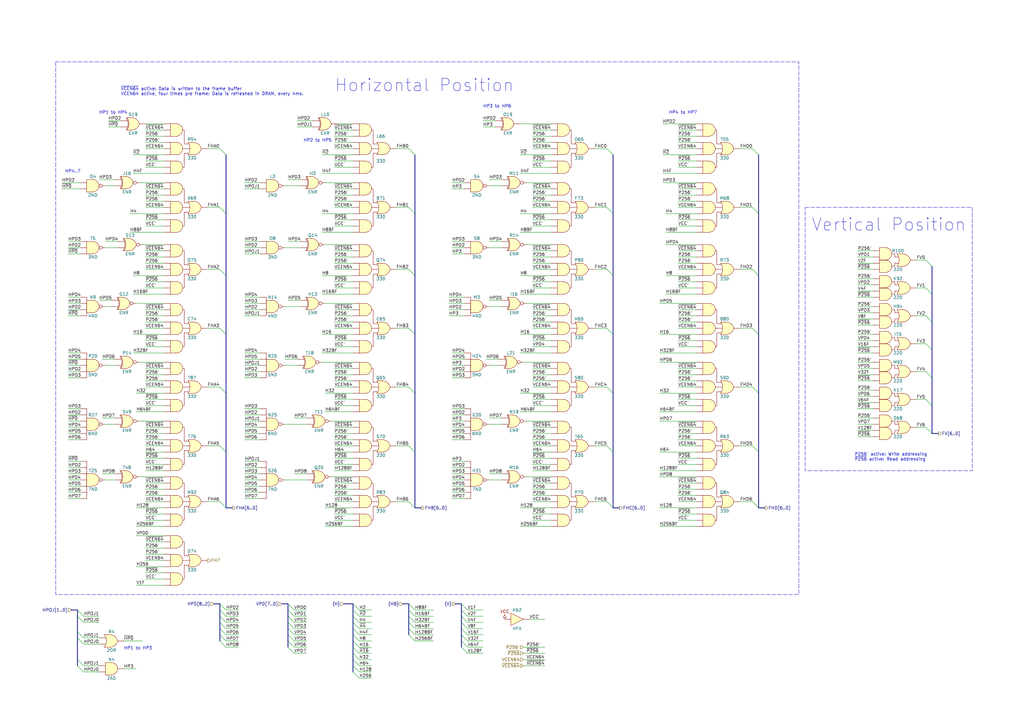
<source format=kicad_sch>
(kicad_sch (version 20230121) (generator eeschema)
  (paper "A3")
  (title_block (title "Konami 007786") (date "2024-01-28") (company "Ulf Skutnabba, twitter: @skutis77"))
  (bus_entry (at 144.78 265.43) (size 2.54 2.54))
  (bus_entry (at 144.78 255.27) (size 2.54 2.54))
  (bus_entry (at 167.64 60.96) (size 2.54 2.54))
  (bus_entry (at 248.92 110.49) (size 2.54 2.54))
  (bus_entry (at 118.11 260.35) (size 2.54 2.54))
  (bus_entry (at 379.73 163.83) (size 2.54 2.54))
  (bus_entry (at 31.75 252.73) (size 2.54 2.54))
  (bus_entry (at 90.17 158.75) (size 2.54 2.54))
  (bus_entry (at 118.11 265.43) (size 2.54 2.54))
  (bus_entry (at 379.73 129.54) (size 2.54 2.54))
  (bus_entry (at 248.92 134.62) (size 2.54 2.54))
  (bus_entry (at 90.17 182.88) (size 2.54 2.54))
  (bus_entry (at 144.78 262.89) (size 2.54 2.54))
  (bus_entry (at 379.73 140.97) (size 2.54 2.54))
  (bus_entry (at 308.61 60.96) (size 2.54 2.54))
  (bus_entry (at 167.64 134.62) (size 2.54 2.54))
  (bus_entry (at 144.78 260.35) (size 2.54 2.54))
  (bus_entry (at 144.78 267.97) (size 2.54 2.54))
  (bus_entry (at 90.17 205.74) (size 2.54 2.54))
  (bus_entry (at 31.75 261.62) (size 2.54 2.54))
  (bus_entry (at 118.11 255.27) (size 2.54 2.54))
  (bus_entry (at 167.64 257.81) (size 2.54 2.54))
  (bus_entry (at 144.78 273.05) (size 2.54 2.54))
  (bus_entry (at 248.92 182.88) (size 2.54 2.54))
  (bus_entry (at 31.75 273.05) (size 2.54 2.54))
  (bus_entry (at 144.78 275.59) (size 2.54 2.54))
  (bus_entry (at 167.64 250.19) (size 2.54 2.54))
  (bus_entry (at 167.64 182.88) (size 2.54 2.54))
  (bus_entry (at 167.64 247.65) (size 2.54 2.54))
  (bus_entry (at 167.64 255.27) (size 2.54 2.54))
  (bus_entry (at 308.61 205.74) (size 2.54 2.54))
  (bus_entry (at 118.11 250.19) (size 2.54 2.54))
  (bus_entry (at 118.11 262.89) (size 2.54 2.54))
  (bus_entry (at 189.23 250.19) (size 2.54 2.54))
  (bus_entry (at 167.64 110.49) (size 2.54 2.54))
  (bus_entry (at 189.23 260.35) (size 2.54 2.54))
  (bus_entry (at 90.17 134.62) (size 2.54 2.54))
  (bus_entry (at 90.17 85.09) (size 2.54 2.54))
  (bus_entry (at 31.75 259.08) (size 2.54 2.54))
  (bus_entry (at 144.78 250.19) (size 2.54 2.54))
  (bus_entry (at 90.17 247.65) (size 2.54 2.54))
  (bus_entry (at 308.61 110.49) (size 2.54 2.54))
  (bus_entry (at 379.73 175.26) (size 2.54 2.54))
  (bus_entry (at 90.17 257.81) (size 2.54 2.54))
  (bus_entry (at 31.75 270.51) (size 2.54 2.54))
  (bus_entry (at 248.92 85.09) (size 2.54 2.54))
  (bus_entry (at 189.23 265.43) (size 2.54 2.54))
  (bus_entry (at 167.64 205.74) (size 2.54 2.54))
  (bus_entry (at 379.73 118.11) (size 2.54 2.54))
  (bus_entry (at 144.78 257.81) (size 2.54 2.54))
  (bus_entry (at 167.64 85.09) (size 2.54 2.54))
  (bus_entry (at 308.61 182.88) (size 2.54 2.54))
  (bus_entry (at 308.61 134.62) (size 2.54 2.54))
  (bus_entry (at 90.17 252.73) (size 2.54 2.54))
  (bus_entry (at 379.73 152.4) (size 2.54 2.54))
  (bus_entry (at 90.17 260.35) (size 2.54 2.54))
  (bus_entry (at 31.75 250.19) (size 2.54 2.54))
  (bus_entry (at 248.92 158.75) (size 2.54 2.54))
  (bus_entry (at 189.23 257.81) (size 2.54 2.54))
  (bus_entry (at 167.64 158.75) (size 2.54 2.54))
  (bus_entry (at 308.61 85.09) (size 2.54 2.54))
  (bus_entry (at 90.17 110.49) (size 2.54 2.54))
  (bus_entry (at 118.11 252.73) (size 2.54 2.54))
  (bus_entry (at 167.64 252.73) (size 2.54 2.54))
  (bus_entry (at 118.11 247.65) (size 2.54 2.54))
  (bus_entry (at 144.78 252.73) (size 2.54 2.54))
  (bus_entry (at 308.61 158.75) (size 2.54 2.54))
  (bus_entry (at 189.23 255.27) (size 2.54 2.54))
  (bus_entry (at 90.17 250.19) (size 2.54 2.54))
  (bus_entry (at 90.17 262.89) (size 2.54 2.54))
  (bus_entry (at 90.17 60.96) (size 2.54 2.54))
  (bus_entry (at 167.64 260.35) (size 2.54 2.54))
  (bus_entry (at 90.17 255.27) (size 2.54 2.54))
  (bus_entry (at 379.73 106.68) (size 2.54 2.54))
  (bus_entry (at 189.23 247.65) (size 2.54 2.54))
  (bus_entry (at 189.23 252.73) (size 2.54 2.54))
  (bus_entry (at 118.11 257.81) (size 2.54 2.54))
  (bus_entry (at 144.78 247.65) (size 2.54 2.54))
  (bus_entry (at 189.23 262.89) (size 2.54 2.54))
  (bus_entry (at 144.78 270.51) (size 2.54 2.54))
  (bus_entry (at 248.92 60.96) (size 2.54 2.54))
  (bus_entry (at 248.92 205.74) (size 2.54 2.54))
  (wire (pts (xy 278.13 107.95) (xy 285.75 107.95)))
  (bus (pts (xy 118.11 250.19) (xy 118.11 247.65)))
  (wire (pts (xy 59.69 200.66) (xy 67.31 200.66)))
  (bus (pts (xy 118.11 252.73) (xy 118.11 250.19)))
  (bus (pts (xy 311.15 161.29) (xy 311.15 185.42)))
  (bus (pts (xy 144.78 255.27) (xy 144.78 257.81)))
  (bus (pts (xy 87.63 247.65) (xy 90.17 247.65)))
  (wire (pts (xy 278.13 180.34) (xy 285.75 180.34)))
  (wire (pts (xy 351.79 179.07) (xy 358.14 179.07)))
  (wire (pts (xy 184.15 127) (xy 190.5 127)))
  (wire (pts (xy 59.69 107.95) (xy 67.31 107.95)))
  (wire (pts (xy 375.92 129.54) (xy 379.73 129.54)))
  (wire (pts (xy 278.13 134.62) (xy 285.75 134.62)))
  (wire (pts (xy 278.13 102.87) (xy 285.75 102.87)))
  (bus (pts (xy 144.78 250.19) (xy 144.78 252.73)))
  (wire (pts (xy 278.13 68.58) (xy 285.75 68.58)))
  (wire (pts (xy 59.69 105.41) (xy 67.31 105.41)))
  (wire (pts (xy 218.44 110.49) (xy 226.06 110.49)))
  (wire (pts (xy 59.69 50.8) (xy 67.31 50.8)))
  (wire (pts (xy 43.18 173.99) (xy 46.99 173.99)))
  (wire (pts (xy 270.51 161.29) (xy 285.75 161.29)))
  (wire (pts (xy 44.45 52.07) (xy 49.53 52.07)))
  (bus (pts (xy 382.27 154.94) (xy 382.27 166.37)))
  (wire (pts (xy 85.09 182.88) (xy 90.17 182.88)))
  (wire (pts (xy 137.16 68.58) (xy 144.78 68.58)))
  (wire (pts (xy 34.29 264.16) (xy 40.64 264.16)))
  (wire (pts (xy 57.15 148.59) (xy 67.31 148.59)))
  (wire (pts (xy 278.13 190.5) (xy 285.75 190.5)))
  (wire (pts (xy 54.61 63.5) (xy 67.31 63.5)))
  (wire (pts (xy 213.36 144.78) (xy 226.06 144.78)))
  (wire (pts (xy 191.77 262.89) (xy 198.12 262.89)))
  (wire (pts (xy 215.9 124.46) (xy 226.06 124.46)))
  (wire (pts (xy 137.16 77.47) (xy 144.78 77.47)))
  (wire (pts (xy 137.16 118.11) (xy 144.78 118.11)))
  (wire (pts (xy 57.15 195.58) (xy 67.31 195.58)))
  (wire (pts (xy 137.16 158.75) (xy 144.78 158.75)))
  (wire (pts (xy 351.79 139.7) (xy 358.14 139.7)))
  (wire (pts (xy 100.33 191.77) (xy 106.68 191.77)))
  (wire (pts (xy 218.44 200.66) (xy 226.06 200.66)))
  (bus (pts (xy 170.18 63.5) (xy 170.18 87.63)))
  (wire (pts (xy 137.16 156.21) (xy 144.78 156.21)))
  (bus (pts (xy 186.69 247.65) (xy 189.23 247.65)))
  (wire (pts (xy 59.69 66.04) (xy 67.31 66.04)))
  (wire (pts (xy 278.13 105.41) (xy 285.75 105.41)))
  (wire (pts (xy 218.44 210.82) (xy 226.06 210.82)))
  (bus (pts (xy 189.23 252.73) (xy 189.23 250.19)))
  (wire (pts (xy 25.4 74.93) (xy 33.02 74.93)))
  (wire (pts (xy 133.35 74.93) (xy 144.78 74.93)))
  (wire (pts (xy 351.79 114.3) (xy 358.14 114.3)))
  (wire (pts (xy 59.69 177.8) (xy 67.31 177.8)))
  (wire (pts (xy 218.44 205.74) (xy 226.06 205.74)))
  (wire (pts (xy 59.69 166.37) (xy 67.31 166.37)))
  (wire (pts (xy 351.79 130.81) (xy 358.14 130.81)))
  (wire (pts (xy 375.92 163.83) (xy 379.73 163.83)))
  (wire (pts (xy 59.69 77.47) (xy 67.31 77.47)))
  (wire (pts (xy 198.12 49.53) (xy 203.2 49.53)))
  (wire (pts (xy 27.94 191.77) (xy 33.02 191.77)))
  (wire (pts (xy 59.69 180.34) (xy 67.31 180.34)))
  (wire (pts (xy 351.79 153.67) (xy 358.14 153.67)))
  (wire (pts (xy 278.13 203.2) (xy 285.75 203.2)))
  (wire (pts (xy 214.63 265.43) (xy 223.52 265.43)))
  (wire (pts (xy 34.29 261.62) (xy 40.64 261.62)))
  (bus (pts (xy 382.27 120.65) (xy 382.27 132.08)))
  (wire (pts (xy 278.13 139.7) (xy 285.75 139.7)))
  (wire (pts (xy 100.33 77.47) (xy 106.68 77.47)))
  (wire (pts (xy 137.16 180.34) (xy 144.78 180.34)))
  (wire (pts (xy 59.69 68.58) (xy 67.31 68.58)))
  (wire (pts (xy 218.44 213.36) (xy 226.06 213.36)))
  (wire (pts (xy 351.79 133.35) (xy 358.14 133.35)))
  (wire (pts (xy 218.44 68.58) (xy 226.06 68.58)))
  (bus (pts (xy 90.17 260.35) (xy 90.17 262.89)))
  (wire (pts (xy 59.69 198.12) (xy 67.31 198.12)))
  (wire (pts (xy 133.35 215.9) (xy 144.78 215.9)))
  (wire (pts (xy 184.15 129.54) (xy 190.5 129.54)))
  (wire (pts (xy 243.84 205.74) (xy 248.92 205.74)))
  (wire (pts (xy 43.18 76.2) (xy 46.99 76.2)))
  (wire (pts (xy 185.42 196.85) (xy 190.5 196.85)))
  (wire (pts (xy 132.08 144.78) (xy 144.78 144.78)))
  (wire (pts (xy 185.42 170.18) (xy 190.5 170.18)))
  (bus (pts (xy 144.78 267.97) (xy 144.78 270.51)))
  (wire (pts (xy 147.32 270.51) (xy 152.4 270.51)))
  (bus (pts (xy 140.97 247.65) (xy 144.78 247.65)))
  (wire (pts (xy 375.92 152.4) (xy 379.73 152.4)))
  (wire (pts (xy 278.13 213.36) (xy 285.75 213.36)))
  (wire (pts (xy 59.69 237.49) (xy 67.31 237.49)))
  (wire (pts (xy 137.16 198.12) (xy 144.78 198.12)))
  (wire (pts (xy 27.94 201.93) (xy 33.02 201.93)))
  (wire (pts (xy 213.36 137.16) (xy 226.06 137.16)))
  (wire (pts (xy 271.78 63.5) (xy 285.75 63.5)))
  (wire (pts (xy 147.32 252.73) (xy 152.4 252.73)))
  (wire (pts (xy 278.13 60.96) (xy 285.75 60.96)))
  (wire (pts (xy 137.16 205.74) (xy 144.78 205.74)))
  (wire (pts (xy 59.69 156.21) (xy 67.31 156.21)))
  (wire (pts (xy 351.79 125.73) (xy 358.14 125.73)))
  (wire (pts (xy 43.18 149.86) (xy 46.99 149.86)))
  (wire (pts (xy 278.13 92.71) (xy 285.75 92.71)))
  (wire (pts (xy 185.42 147.32) (xy 190.5 147.32)))
  (wire (pts (xy 278.13 53.34) (xy 285.75 53.34)))
  (bus (pts (xy 92.71 208.28) (xy 95.25 208.28)))
  (wire (pts (xy 147.32 257.81) (xy 152.4 257.81)))
  (wire (pts (xy 100.33 201.93) (xy 106.68 201.93)))
  (wire (pts (xy 351.79 102.87) (xy 358.14 102.87)))
  (wire (pts (xy 137.16 151.13) (xy 144.78 151.13)))
  (wire (pts (xy 273.05 120.65) (xy 285.75 120.65)))
  (wire (pts (xy 213.36 168.91) (xy 226.06 168.91)))
  (wire (pts (xy 278.13 200.66) (xy 285.75 200.66)))
  (wire (pts (xy 137.16 185.42) (xy 144.78 185.42)))
  (wire (pts (xy 351.79 142.24) (xy 358.14 142.24)))
  (wire (pts (xy 59.69 193.04) (xy 67.31 193.04)))
  (wire (pts (xy 100.33 172.72) (xy 106.68 172.72)))
  (wire (pts (xy 59.69 224.79) (xy 67.31 224.79)))
  (wire (pts (xy 120.65 171.45) (xy 125.73 171.45)))
  (wire (pts (xy 27.94 144.78) (xy 33.02 144.78)))
  (wire (pts (xy 137.16 60.96) (xy 144.78 60.96)))
  (wire (pts (xy 100.33 189.23) (xy 106.68 189.23)))
  (wire (pts (xy 59.69 234.95) (xy 67.31 234.95)))
  (bus (pts (xy 167.64 250.19) (xy 167.64 247.65)))
  (wire (pts (xy 278.13 90.17) (xy 285.75 90.17)))
  (wire (pts (xy 213.36 208.28) (xy 226.06 208.28)))
  (wire (pts (xy 278.13 85.09) (xy 285.75 85.09)))
  (bus (pts (xy 90.17 255.27) (xy 90.17 252.73)))
  (bus (pts (xy 118.11 257.81) (xy 118.11 255.27)))
  (bus (pts (xy 311.15 185.42) (xy 311.15 208.28)))
  (bus (pts (xy 311.15 113.03) (xy 311.15 137.16)))
  (wire (pts (xy 116.84 101.6) (xy 123.19 101.6)))
  (wire (pts (xy 27.94 172.72) (xy 33.02 172.72)))
  (wire (pts (xy 278.13 55.88) (xy 285.75 55.88)))
  (bus (pts (xy 170.18 87.63) (xy 170.18 113.03)))
  (wire (pts (xy 54.61 71.12) (xy 67.31 71.12)))
  (wire (pts (xy 54.61 137.16) (xy 67.31 137.16)))
  (wire (pts (xy 85.09 205.74) (xy 90.17 205.74)))
  (bus (pts (xy 92.71 113.03) (xy 92.71 137.16)))
  (bus (pts (xy 144.78 247.65) (xy 144.78 250.19)))
  (bus (pts (xy 311.15 63.5) (xy 311.15 87.63)))
  (wire (pts (xy 278.13 198.12) (xy 285.75 198.12)))
  (wire (pts (xy 27.94 154.94) (xy 33.02 154.94)))
  (wire (pts (xy 57.15 172.72) (xy 67.31 172.72)))
  (wire (pts (xy 59.69 153.67) (xy 67.31 153.67)))
  (bus (pts (xy 382.27 143.51) (xy 382.27 154.94)))
  (wire (pts (xy 198.12 52.07) (xy 203.2 52.07)))
  (wire (pts (xy 132.08 63.5) (xy 144.78 63.5)))
  (wire (pts (xy 185.42 189.23) (xy 190.5 189.23)))
  (wire (pts (xy 162.56 60.96) (xy 167.64 60.96)))
  (wire (pts (xy 200.66 125.73) (xy 205.74 125.73)))
  (wire (pts (xy 218.44 177.8) (xy 226.06 177.8)))
  (wire (pts (xy 132.08 120.65) (xy 144.78 120.65)))
  (wire (pts (xy 59.69 151.13) (xy 67.31 151.13)))
  (wire (pts (xy 351.79 173.99) (xy 358.14 173.99)))
  (wire (pts (xy 137.16 90.17) (xy 144.78 90.17)))
  (wire (pts (xy 303.53 60.96) (xy 308.61 60.96)))
  (bus (pts (xy 170.18 161.29) (xy 170.18 185.42)))
  (wire (pts (xy 54.61 144.78) (xy 67.31 144.78)))
  (wire (pts (xy 271.78 74.93) (xy 285.75 74.93)))
  (bus (pts (xy 189.23 255.27) (xy 189.23 252.73)))
  (wire (pts (xy 278.13 82.55) (xy 285.75 82.55)))
  (wire (pts (xy 53.34 95.25) (xy 67.31 95.25)))
  (wire (pts (xy 100.33 199.39) (xy 106.68 199.39)))
  (wire (pts (xy 59.69 55.88) (xy 67.31 55.88)))
  (bus (pts (xy 382.27 109.22) (xy 382.27 120.65)))
  (wire (pts (xy 27.94 104.14) (xy 33.02 104.14)))
  (bus (pts (xy 251.46 185.42) (xy 251.46 208.28)))
  (wire (pts (xy 217.17 254) (xy 223.52 254)))
  (wire (pts (xy 120.65 194.31) (xy 125.73 194.31)))
  (bus (pts (xy 167.64 260.35) (xy 167.64 257.81)))
  (wire (pts (xy 100.33 101.6) (xy 106.68 101.6)))
  (wire (pts (xy 100.33 170.18) (xy 106.68 170.18)))
  (wire (pts (xy 351.79 107.95) (xy 358.14 107.95)))
  (wire (pts (xy 278.13 110.49) (xy 285.75 110.49)))
  (wire (pts (xy 40.64 123.19) (xy 45.72 123.19)))
  (wire (pts (xy 214.63 148.59) (xy 226.06 148.59)))
  (wire (pts (xy 100.33 204.47) (xy 106.68 204.47)))
  (bus (pts (xy 167.64 257.81) (xy 167.64 255.27)))
  (bus (pts (xy 144.78 252.73) (xy 144.78 255.27)))
  (wire (pts (xy 120.65 252.73) (xy 125.73 252.73)))
  (wire (pts (xy 120.65 267.97) (xy 125.73 267.97)))
  (wire (pts (xy 55.88 219.71) (xy 67.31 219.71)))
  (wire (pts (xy 218.44 92.71) (xy 226.06 92.71)))
  (wire (pts (xy 137.16 115.57) (xy 144.78 115.57)))
  (wire (pts (xy 170.18 250.19) (xy 177.8 250.19)))
  (wire (pts (xy 43.18 99.06) (xy 48.26 99.06)))
  (wire (pts (xy 243.84 85.09) (xy 248.92 85.09)))
  (wire (pts (xy 59.69 53.34) (xy 67.31 53.34)))
  (wire (pts (xy 351.79 162.56) (xy 358.14 162.56)))
  (wire (pts (xy 191.77 257.81) (xy 198.12 257.81)))
  (wire (pts (xy 218.44 107.95) (xy 226.06 107.95)))
  (wire (pts (xy 118.11 99.06) (xy 123.19 99.06)))
  (bus (pts (xy 90.17 250.19) (xy 90.17 247.65)))
  (bus (pts (xy 31.75 250.19) (xy 31.75 252.73)))
  (wire (pts (xy 27.94 147.32) (xy 33.02 147.32)))
  (wire (pts (xy 85.09 134.62) (xy 90.17 134.62)))
  (bus (pts (xy 251.46 113.03) (xy 251.46 137.16)))
  (wire (pts (xy 137.16 193.04) (xy 144.78 193.04)))
  (wire (pts (xy 191.77 267.97) (xy 198.12 267.97)))
  (wire (pts (xy 54.61 113.03) (xy 67.31 113.03)))
  (wire (pts (xy 100.33 121.92) (xy 106.68 121.92)))
  (wire (pts (xy 59.69 80.01) (xy 67.31 80.01)))
  (wire (pts (xy 92.71 257.81) (xy 97.79 257.81)))
  (wire (pts (xy 34.29 275.59) (xy 40.64 275.59)))
  (wire (pts (xy 27.94 149.86) (xy 33.02 149.86)))
  (wire (pts (xy 92.71 255.27) (xy 97.79 255.27)))
  (wire (pts (xy 137.16 182.88) (xy 144.78 182.88)))
  (wire (pts (xy 213.36 63.5) (xy 226.06 63.5)))
  (wire (pts (xy 215.9 195.58) (xy 226.06 195.58)))
  (wire (pts (xy 138.43 50.8) (xy 144.78 50.8)))
  (wire (pts (xy 170.18 255.27) (xy 177.8 255.27)))
  (wire (pts (xy 59.69 132.08) (xy 67.31 132.08)))
  (wire (pts (xy 185.42 104.14) (xy 190.5 104.14)))
  (bus (pts (xy 144.78 270.51) (xy 144.78 273.05)))
  (wire (pts (xy 278.13 187.96) (xy 285.75 187.96)))
  (wire (pts (xy 137.16 85.09) (xy 144.78 85.09)))
  (wire (pts (xy 137.16 213.36) (xy 144.78 213.36)))
  (wire (pts (xy 218.44 166.37) (xy 226.06 166.37)))
  (wire (pts (xy 271.78 71.12) (xy 285.75 71.12)))
  (wire (pts (xy 92.71 250.19) (xy 97.79 250.19)))
  (wire (pts (xy 278.13 132.08) (xy 285.75 132.08)))
  (bus (pts (xy 90.17 257.81) (xy 90.17 255.27)))
  (wire (pts (xy 218.44 156.21) (xy 226.06 156.21)))
  (wire (pts (xy 59.69 210.82) (xy 67.31 210.82)))
  (wire (pts (xy 215.9 100.33) (xy 226.06 100.33)))
  (wire (pts (xy 351.79 144.78) (xy 358.14 144.78)))
  (wire (pts (xy 132.08 137.16) (xy 144.78 137.16)))
  (wire (pts (xy 191.77 250.19) (xy 198.12 250.19)))
  (wire (pts (xy 191.77 260.35) (xy 198.12 260.35)))
  (wire (pts (xy 351.79 176.53) (xy 358.14 176.53)))
  (wire (pts (xy 147.32 255.27) (xy 152.4 255.27)))
  (wire (pts (xy 218.44 193.04) (xy 226.06 193.04)))
  (wire (pts (xy 218.44 118.11) (xy 226.06 118.11)))
  (wire (pts (xy 137.16 210.82) (xy 144.78 210.82)))
  (wire (pts (xy 27.94 124.46) (xy 33.02 124.46)))
  (wire (pts (xy 200.66 149.86) (xy 204.47 149.86)))
  (wire (pts (xy 218.44 187.96) (xy 226.06 187.96)))
  (wire (pts (xy 170.18 252.73) (xy 177.8 252.73)))
  (wire (pts (xy 191.77 252.73) (xy 198.12 252.73)))
  (bus (pts (xy 92.71 87.63) (xy 92.71 113.03)))
  (wire (pts (xy 218.44 190.5) (xy 226.06 190.5)))
  (wire (pts (xy 120.65 265.43) (xy 125.73 265.43)))
  (wire (pts (xy 27.94 175.26) (xy 33.02 175.26)))
  (bus (pts (xy 251.46 208.28) (xy 254 208.28)))
  (wire (pts (xy 137.16 132.08) (xy 144.78 132.08)))
  (wire (pts (xy 59.69 90.17) (xy 67.31 90.17)))
  (wire (pts (xy 162.56 205.74) (xy 167.64 205.74)))
  (bus (pts (xy 90.17 252.73) (xy 90.17 250.19)))
  (wire (pts (xy 170.18 260.35) (xy 177.8 260.35)))
  (wire (pts (xy 132.08 95.25) (xy 144.78 95.25)))
  (wire (pts (xy 185.42 152.4) (xy 190.5 152.4)))
  (wire (pts (xy 59.69 187.96) (xy 67.31 187.96)))
  (wire (pts (xy 218.44 60.96) (xy 226.06 60.96)))
  (wire (pts (xy 351.79 156.21) (xy 358.14 156.21)))
  (wire (pts (xy 116.84 149.86) (xy 121.92 149.86)))
  (wire (pts (xy 120.65 250.19) (xy 125.73 250.19)))
  (wire (pts (xy 200.66 101.6) (xy 205.74 101.6)))
  (wire (pts (xy 185.42 149.86) (xy 190.5 149.86)))
  (wire (pts (xy 270.51 172.72) (xy 285.75 172.72)))
  (wire (pts (xy 50.8 262.89) (xy 58.42 262.89)))
  (wire (pts (xy 27.94 177.8) (xy 33.02 177.8)))
  (bus (pts (xy 189.23 262.89) (xy 189.23 260.35)))
  (bus (pts (xy 382.27 132.08) (xy 382.27 143.51)))
  (wire (pts (xy 34.29 252.73) (xy 40.64 252.73)))
  (wire (pts (xy 85.09 60.96) (xy 90.17 60.96)))
  (wire (pts (xy 218.44 139.7) (xy 226.06 139.7)))
  (wire (pts (xy 120.65 260.35) (xy 125.73 260.35)))
  (wire (pts (xy 137.16 134.62) (xy 144.78 134.62)))
  (wire (pts (xy 185.42 101.6) (xy 190.5 101.6)))
  (wire (pts (xy 218.44 158.75) (xy 226.06 158.75)))
  (bus (pts (xy 115.57 247.65) (xy 118.11 247.65)))
  (wire (pts (xy 27.94 196.85) (xy 33.02 196.85)))
  (wire (pts (xy 59.69 134.62) (xy 67.31 134.62)))
  (wire (pts (xy 375.92 106.68) (xy 379.73 106.68)))
  (wire (pts (xy 218.44 153.67) (xy 226.06 153.67)))
  (wire (pts (xy 59.69 127) (xy 67.31 127)))
  (wire (pts (xy 100.33 147.32) (xy 106.68 147.32)))
  (wire (pts (xy 137.16 82.55) (xy 144.78 82.55)))
  (wire (pts (xy 218.44 142.24) (xy 226.06 142.24)))
  (wire (pts (xy 132.08 71.12) (xy 144.78 71.12)))
  (wire (pts (xy 27.94 121.92) (xy 33.02 121.92)))
  (bus (pts (xy 118.11 260.35) (xy 118.11 257.81)))
  (wire (pts (xy 147.32 250.19) (xy 152.4 250.19)))
  (wire (pts (xy 59.69 102.87) (xy 67.31 102.87)))
  (bus (pts (xy 251.46 137.16) (xy 251.46 161.29)))
  (wire (pts (xy 43.18 125.73) (xy 45.72 125.73)))
  (wire (pts (xy 200.66 73.66) (xy 205.74 73.66)))
  (bus (pts (xy 118.11 262.89) (xy 118.11 260.35)))
  (wire (pts (xy 162.56 158.75) (xy 167.64 158.75)))
  (bus (pts (xy 90.17 260.35) (xy 90.17 257.81)))
  (wire (pts (xy 185.42 167.64) (xy 190.5 167.64)))
  (wire (pts (xy 59.69 185.42) (xy 67.31 185.42)))
  (wire (pts (xy 278.13 166.37) (xy 285.75 166.37)))
  (wire (pts (xy 25.4 77.47) (xy 33.02 77.47)))
  (wire (pts (xy 213.36 50.8) (xy 226.06 50.8)))
  (wire (pts (xy 270.51 195.58) (xy 285.75 195.58)))
  (wire (pts (xy 44.45 49.53) (xy 49.53 49.53)))
  (wire (pts (xy 270.51 148.59) (xy 285.75 148.59)))
  (wire (pts (xy 243.84 110.49) (xy 248.92 110.49)))
  (wire (pts (xy 278.13 58.42) (xy 285.75 58.42)))
  (wire (pts (xy 185.42 172.72) (xy 190.5 172.72)))
  (wire (pts (xy 137.16 163.83) (xy 144.78 163.83)))
  (bus (pts (xy 170.18 113.03) (xy 170.18 137.16)))
  (wire (pts (xy 27.94 194.31) (xy 33.02 194.31)))
  (wire (pts (xy 59.69 118.11) (xy 67.31 118.11)))
  (wire (pts (xy 273.05 95.25) (xy 285.75 95.25)))
  (wire (pts (xy 137.16 153.67) (xy 144.78 153.67)))
  (wire (pts (xy 199.39 147.32) (xy 204.47 147.32)))
  (wire (pts (xy 375.92 175.26) (xy 379.73 175.26)))
  (wire (pts (xy 27.94 129.54) (xy 33.02 129.54)))
  (wire (pts (xy 147.32 273.05) (xy 152.4 273.05)))
  (wire (pts (xy 162.56 182.88) (xy 167.64 182.88)))
  (wire (pts (xy 278.13 127) (xy 285.75 127)))
  (wire (pts (xy 379.73 118.11) (xy 375.92 118.11)))
  (wire (pts (xy 185.42 201.93) (xy 190.5 201.93)))
  (wire (pts (xy 147.32 260.35) (xy 152.4 260.35)))
  (wire (pts (xy 185.42 204.47) (xy 190.5 204.47)))
  (wire (pts (xy 278.13 129.54) (xy 285.75 129.54)))
  (wire (pts (xy 133.35 124.46) (xy 144.78 124.46)))
  (wire (pts (xy 218.44 102.87) (xy 226.06 102.87)))
  (wire (pts (xy 92.71 262.89) (xy 97.79 262.89)))
  (bus (pts (xy 189.23 257.81) (xy 189.23 255.27)))
  (bus (pts (xy 31.75 270.51) (xy 31.75 273.05)))
  (wire (pts (xy 59.69 139.7) (xy 67.31 139.7)))
  (wire (pts (xy 278.13 66.04) (xy 285.75 66.04)))
  (wire (pts (xy 162.56 134.62) (xy 167.64 134.62)))
  (wire (pts (xy 351.79 148.59) (xy 358.14 148.59)))
  (wire (pts (xy 351.79 151.13) (xy 358.14 151.13)))
  (wire (pts (xy 351.79 121.92) (xy 358.14 121.92)))
  (wire (pts (xy 135.89 195.58) (xy 144.78 195.58)))
  (wire (pts (xy 116.84 196.85) (xy 125.73 196.85)))
  (wire (pts (xy 278.13 142.24) (xy 285.75 142.24)))
  (wire (pts (xy 100.33 177.8) (xy 106.68 177.8)))
  (wire (pts (xy 116.84 173.99) (xy 125.73 173.99)))
  (wire (pts (xy 278.13 118.11) (xy 285.75 118.11)))
  (bus (pts (xy 92.71 63.5) (xy 92.71 87.63)))
  (wire (pts (xy 270.51 168.91) (xy 285.75 168.91)))
  (wire (pts (xy 137.16 110.49) (xy 144.78 110.49)))
  (wire (pts (xy 147.32 262.89) (xy 152.4 262.89)))
  (wire (pts (xy 59.69 203.2) (xy 67.31 203.2)))
  (wire (pts (xy 351.79 119.38) (xy 358.14 119.38)))
  (wire (pts (xy 137.16 127) (xy 144.78 127)))
  (wire (pts (xy 137.16 66.04) (xy 144.78 66.04)))
  (wire (pts (xy 185.42 194.31) (xy 190.5 194.31)))
  (wire (pts (xy 218.44 80.01) (xy 226.06 80.01)))
  (wire (pts (xy 303.53 205.74) (xy 308.61 205.74)))
  (wire (pts (xy 218.44 82.55) (xy 226.06 82.55)))
  (wire (pts (xy 218.44 105.41) (xy 226.06 105.41)))
  (wire (pts (xy 120.65 257.81) (xy 125.73 257.81)))
  (wire (pts (xy 278.13 205.74) (xy 285.75 205.74)))
  (wire (pts (xy 273.05 87.63) (xy 285.75 87.63)))
  (wire (pts (xy 273.05 113.03) (xy 285.75 113.03)))
  (wire (pts (xy 27.94 101.6) (xy 33.02 101.6)))
  (wire (pts (xy 218.44 163.83) (xy 226.06 163.83)))
  (wire (pts (xy 55.88 232.41) (xy 67.31 232.41)))
  (bus (pts (xy 167.64 255.27) (xy 167.64 252.73)))
  (wire (pts (xy 85.09 110.49) (xy 90.17 110.49)))
  (wire (pts (xy 213.36 71.12) (xy 226.06 71.12)))
  (wire (pts (xy 92.71 260.35) (xy 97.79 260.35)))
  (wire (pts (xy 218.44 58.42) (xy 226.06 58.42)))
  (wire (pts (xy 213.36 215.9) (xy 226.06 215.9)))
  (wire (pts (xy 43.18 101.6) (xy 48.26 101.6)))
  (wire (pts (xy 185.42 99.06) (xy 190.5 99.06)))
  (wire (pts (xy 278.13 80.01) (xy 285.75 80.01)))
  (wire (pts (xy 218.44 182.88) (xy 226.06 182.88)))
  (wire (pts (xy 278.13 77.47) (xy 285.75 77.47)))
  (wire (pts (xy 133.35 208.28) (xy 144.78 208.28)))
  (wire (pts (xy 215.9 172.72) (xy 226.06 172.72)))
  (wire (pts (xy 185.42 180.34) (xy 190.5 180.34)))
  (wire (pts (xy 54.61 120.65) (xy 67.31 120.65)))
  (wire (pts (xy 218.44 203.2) (xy 226.06 203.2)))
  (wire (pts (xy 303.53 110.49) (xy 308.61 110.49)))
  (wire (pts (xy 59.69 85.09) (xy 67.31 85.09)))
  (bus (pts (xy 92.71 137.16) (xy 92.71 161.29)))
  (wire (pts (xy 303.53 85.09) (xy 308.61 85.09)))
  (wire (pts (xy 27.94 170.18) (xy 33.02 170.18)))
  (wire (pts (xy 27.94 199.39) (xy 33.02 199.39)))
  (wire (pts (xy 147.32 278.13) (xy 152.4 278.13)))
  (bus (pts (xy 382.27 166.37) (xy 382.27 177.8)))
  (wire (pts (xy 137.16 203.2) (xy 144.78 203.2)))
  (wire (pts (xy 278.13 158.75) (xy 285.75 158.75)))
  (wire (pts (xy 213.36 120.65) (xy 226.06 120.65)))
  (wire (pts (xy 200.66 173.99) (xy 205.74 173.99)))
  (wire (pts (xy 137.16 92.71) (xy 144.78 92.71)))
  (wire (pts (xy 214.63 267.97) (xy 223.52 267.97)))
  (wire (pts (xy 351.79 137.16) (xy 358.14 137.16)))
  (wire (pts (xy 27.94 204.47) (xy 33.02 204.47)))
  (wire (pts (xy 59.69 213.36) (xy 67.31 213.36)))
  (wire (pts (xy 50.8 274.32) (xy 55.88 274.32)))
  (wire (pts (xy 100.33 127) (xy 106.68 127)))
  (wire (pts (xy 55.88 161.29) (xy 67.31 161.29)))
  (wire (pts (xy 137.16 187.96) (xy 144.78 187.96)))
  (wire (pts (xy 92.71 265.43) (xy 97.79 265.43)))
  (bus (pts (xy 31.75 252.73) (xy 31.75 259.08)))
  (wire (pts (xy 59.69 142.24) (xy 67.31 142.24)))
  (wire (pts (xy 213.36 95.25) (xy 226.06 95.25)))
  (wire (pts (xy 191.77 255.27) (xy 198.12 255.27)))
  (wire (pts (xy 55.88 215.9) (xy 67.31 215.9)))
  (wire (pts (xy 137.16 55.88) (xy 144.78 55.88)))
  (wire (pts (xy 59.69 190.5) (xy 67.31 190.5)))
  (bus (pts (xy 251.46 87.63) (xy 251.46 113.03)))
  (bus (pts (xy 170.18 137.16) (xy 170.18 161.29)))
  (wire (pts (xy 214.63 273.05) (xy 223.52 273.05)))
  (wire (pts (xy 147.32 275.59) (xy 152.4 275.59)))
  (wire (pts (xy 59.69 163.83) (xy 67.31 163.83)))
  (wire (pts (xy 218.44 53.34) (xy 226.06 53.34)))
  (wire (pts (xy 55.88 124.46) (xy 67.31 124.46)))
  (wire (pts (xy 132.08 148.59) (xy 144.78 148.59)))
  (wire (pts (xy 218.44 55.88) (xy 226.06 55.88)))
  (wire (pts (xy 218.44 132.08) (xy 226.06 132.08)))
  (wire (pts (xy 27.94 189.23) (xy 33.02 189.23)))
  (wire (pts (xy 184.15 121.92) (xy 190.5 121.92)))
  (wire (pts (xy 218.44 129.54) (xy 226.06 129.54)))
  (wire (pts (xy 100.33 104.14) (xy 106.68 104.14)))
  (wire (pts (xy 120.65 262.89) (xy 125.73 262.89)))
  (wire (pts (xy 200.66 196.85) (xy 205.74 196.85)))
  (wire (pts (xy 218.44 134.62) (xy 226.06 134.62)))
  (bus (pts (xy 382.27 177.8) (xy 384.81 177.8)))
  (wire (pts (xy 59.69 92.71) (xy 67.31 92.71)))
  (wire (pts (xy 34.29 273.05) (xy 40.64 273.05)))
  (wire (pts (xy 132.08 87.63) (xy 144.78 87.63)))
  (wire (pts (xy 53.34 87.63) (xy 67.31 87.63)))
  (wire (pts (xy 351.79 165.1) (xy 358.14 165.1)))
  (bus (pts (xy 189.23 260.35) (xy 189.23 257.81)))
  (wire (pts (xy 218.44 175.26) (xy 226.06 175.26)))
  (wire (pts (xy 278.13 115.57) (xy 285.75 115.57)))
  (bus (pts (xy 251.46 63.5) (xy 251.46 87.63)))
  (bus (pts (xy 170.18 185.42) (xy 170.18 208.28)))
  (bus (pts (xy 92.71 185.42) (xy 92.71 208.28)))
  (bus (pts (xy 165.1 247.65) (xy 167.64 247.65)))
  (wire (pts (xy 59.69 227.33) (xy 67.31 227.33)))
  (wire (pts (xy 303.53 134.62) (xy 308.61 134.62)))
  (wire (pts (xy 243.84 60.96) (xy 248.92 60.96)))
  (wire (pts (xy 100.33 152.4) (xy 106.68 152.4)))
  (wire (pts (xy 270.51 208.28) (xy 285.75 208.28)))
  (wire (pts (xy 59.69 60.96) (xy 67.31 60.96)))
  (wire (pts (xy 133.35 161.29) (xy 144.78 161.29)))
  (wire (pts (xy 243.84 182.88) (xy 248.92 182.88)))
  (wire (pts (xy 59.69 175.26) (xy 67.31 175.26)))
  (wire (pts (xy 185.42 77.47) (xy 190.5 77.47)))
  (wire (pts (xy 137.16 53.34) (xy 144.78 53.34)))
  (wire (pts (xy 116.84 125.73) (xy 123.19 125.73)))
  (wire (pts (xy 278.13 156.21) (xy 285.75 156.21)))
  (wire (pts (xy 200.66 171.45) (xy 205.74 171.45)))
  (wire (pts (xy 278.13 177.8) (xy 285.75 177.8)))
  (wire (pts (xy 137.16 142.24) (xy 144.78 142.24)))
  (wire (pts (xy 118.11 73.66) (xy 123.19 73.66)))
  (wire (pts (xy 218.44 90.17) (xy 226.06 90.17)))
  (wire (pts (xy 137.16 129.54) (xy 144.78 129.54)))
  (wire (pts (xy 278.13 210.82) (xy 285.75 210.82)))
  (wire (pts (xy 185.42 177.8) (xy 190.5 177.8)))
  (wire (pts (xy 200.66 76.2) (xy 205.74 76.2)))
  (wire (pts (xy 270.51 137.16) (xy 285.75 137.16)))
  (wire (pts (xy 351.79 105.41) (xy 358.14 105.41)))
  (wire (pts (xy 278.13 182.88) (xy 285.75 182.88)))
  (wire (pts (xy 137.16 80.01) (xy 144.78 80.01)))
  (bus (pts (xy 144.78 257.81) (xy 144.78 260.35)))
  (wire (pts (xy 137.16 58.42) (xy 144.78 58.42)))
  (wire (pts (xy 59.69 182.88) (xy 67.31 182.88)))
  (wire (pts (xy 100.33 175.26) (xy 106.68 175.26)))
  (wire (pts (xy 213.36 87.63) (xy 226.06 87.63)))
  (wire (pts (xy 303.53 182.88) (xy 308.61 182.88)))
  (wire (pts (xy 92.71 252.73) (xy 97.79 252.73)))
  (wire (pts (xy 34.29 255.27) (xy 40.64 255.27)))
  (wire (pts (xy 118.11 123.19) (xy 123.19 123.19)))
  (wire (pts (xy 100.33 144.78) (xy 106.68 144.78)))
  (wire (pts (xy 218.44 115.57) (xy 226.06 115.57)))
  (wire (pts (xy 185.42 74.93) (xy 190.5 74.93)))
  (wire (pts (xy 100.33 194.31) (xy 106.68 194.31)))
  (wire (pts (xy 100.33 196.85) (xy 106.68 196.85)))
  (wire (pts (xy 100.33 180.34) (xy 106.68 180.34)))
  (wire (pts (xy 27.94 167.64) (xy 33.02 167.64)))
  (bus (pts (xy 311.15 87.63) (xy 311.15 113.03)))
  (wire (pts (xy 278.13 175.26) (xy 285.75 175.26)))
  (wire (pts (xy 27.94 127) (xy 33.02 127)))
  (wire (pts (xy 375.92 140.97) (xy 379.73 140.97)))
  (wire (pts (xy 351.79 171.45) (xy 358.14 171.45)))
  (wire (pts (xy 185.42 175.26) (xy 190.5 175.26)))
  (wire (pts (xy 41.91 171.45) (xy 46.99 171.45)))
  (wire (pts (xy 27.94 152.4) (xy 33.02 152.4)))
  (wire (pts (xy 351.79 116.84) (xy 358.14 116.84)))
  (wire (pts (xy 162.56 110.49) (xy 167.64 110.49)))
  (bus (pts (xy 189.23 250.19) (xy 189.23 247.65)))
  (bus (pts (xy 29.21 250.19) (xy 31.75 250.19)))
  (wire (pts (xy 243.84 134.62) (xy 248.92 134.62)))
  (wire (pts (xy 133.35 168.91) (xy 144.78 168.91)))
  (bus (pts (xy 144.78 273.05) (xy 144.78 275.59)))
  (wire (pts (xy 218.44 127) (xy 226.06 127)))
  (wire (pts (xy 100.33 124.46) (xy 106.68 124.46)))
  (wire (pts (xy 278.13 151.13) (xy 285.75 151.13)))
  (wire (pts (xy 218.44 85.09) (xy 226.06 85.09)))
  (wire (pts (xy 55.88 168.91) (xy 67.31 168.91)))
  (wire (pts (xy 147.32 267.97) (xy 152.4 267.97)))
  (wire (pts (xy 215.9 74.93) (xy 226.06 74.93)))
  (wire (pts (xy 27.94 180.34) (xy 33.02 180.34)))
  (wire (pts (xy 137.16 166.37) (xy 144.78 166.37)))
  (wire (pts (xy 270.51 144.78) (xy 285.75 144.78)))
  (wire (pts (xy 271.78 50.8) (xy 285.75 50.8)))
  (wire (pts (xy 170.18 257.81) (xy 177.8 257.81)))
  (bus (pts (xy 92.71 161.29) (xy 92.71 185.42)))
  (wire (pts (xy 351.79 167.64) (xy 358.14 167.64)))
  (wire (pts (xy 278.13 153.67) (xy 285.75 153.67)))
  (wire (pts (xy 218.44 198.12) (xy 226.06 198.12)))
  (bus (pts (xy 118.11 265.43) (xy 118.11 262.89)))
  (wire (pts (xy 55.88 240.03) (xy 67.31 240.03)))
  (wire (pts (xy 200.66 194.31) (xy 205.74 194.31)))
  (wire (pts (xy 170.18 262.89) (xy 177.8 262.89)))
  (wire (pts (xy 100.33 129.54) (xy 106.68 129.54)))
  (wire (pts (xy 121.92 52.07) (xy 128.27 52.07)))
  (wire (pts (xy 59.69 229.87) (xy 67.31 229.87)))
  (wire (pts (xy 273.05 100.33) (xy 285.75 100.33)))
  (wire (pts (xy 43.18 196.85) (xy 46.99 196.85)))
  (wire (pts (xy 185.42 154.94) (xy 190.5 154.94)))
  (wire (pts (xy 218.44 185.42) (xy 226.06 185.42)))
  (wire (pts (xy 85.09 158.75) (xy 90.17 158.75)))
  (wire (pts (xy 59.69 158.75) (xy 67.31 158.75)))
  (wire (pts (xy 132.08 113.03) (xy 144.78 113.03)))
  (wire (pts (xy 351.79 128.27) (xy 358.14 128.27)))
  (wire (pts (xy 278.13 163.83) (xy 285.75 163.83)))
  (bus (pts (xy 31.75 259.08) (xy 31.75 261.62)))
  (wire (pts (xy 120.65 255.27) (xy 125.73 255.27)))
  (wire (pts (xy 218.44 77.47) (xy 226.06 77.47)))
  (wire (pts (xy 137.16 105.41) (xy 144.78 105.41)))
  (wire (pts (xy 191.77 265.43) (xy 198.12 265.43)))
  (bus (pts (xy 311.15 137.16) (xy 311.15 161.29)))
  (wire (pts (xy 214.63 270.51) (xy 223.52 270.51)))
  (bus (pts (xy 144.78 262.89) (xy 144.78 265.43)))
  (wire (pts (xy 303.53 158.75) (xy 308.61 158.75)))
  (bus (pts (xy 144.78 260.35) (xy 144.78 262.89)))
  (wire (pts (xy 100.33 154.94) (xy 106.68 154.94)))
  (wire (pts (xy 59.69 129.54) (xy 67.31 129.54)))
  (bus (pts (xy 31.75 261.62) (xy 31.75 270.51)))
  (wire (pts (xy 270.51 124.46) (xy 285.75 124.46)))
  (wire (pts (xy 200.66 123.19) (xy 205.74 123.19)))
  (wire (pts (xy 185.42 144.78) (xy 190.5 144.78)))
  (wire (pts (xy 137.16 200.66) (xy 144.78 200.66)))
  (wire (pts (xy 162.56 85.09) (xy 167.64 85.09)))
  (wire (pts (xy 41.91 147.32) (xy 46.99 147.32)))
  (wire (pts (xy 137.16 175.26) (xy 144.78 175.26)))
  (wire (pts (xy 137.16 107.95) (xy 144.78 107.95)))
  (wire (pts (xy 85.09 85.09) (xy 90.17 85.09)))
  (wire (pts (xy 137.16 139.7) (xy 144.78 139.7)))
  (wire (pts (xy 218.44 66.04) (xy 226.06 66.04)))
  (wire (pts (xy 213.36 161.29) (xy 226.06 161.29)))
  (wire (pts (xy 133.35 100.33) (xy 144.78 100.33)))
  (wire (pts (xy 59.69 58.42) (xy 67.31 58.42)))
  (bus (pts (xy 170.18 208.28) (xy 172.72 208.28)))
  (wire (pts (xy 57.15 74.93) (xy 67.31 74.93)))
  (wire (pts (xy 137.16 102.87) (xy 144.78 102.87)))
  (wire (pts (xy 243.84 158.75) (xy 248.92 158.75)))
  (wire (pts (xy 55.88 208.28) (xy 67.31 208.28)))
  (wire (pts (xy 218.44 180.34) (xy 226.06 180.34)))
  (bus (pts (xy 251.46 161.29) (xy 251.46 185.42)))
  (wire (pts (xy 41.91 194.31) (xy 46.99 194.31)))
  (bus (pts (xy 311.15 208.28) (xy 313.69 208.28)))
  (wire (pts (xy 116.84 76.2) (xy 123.19 76.2)))
  (bus (pts (xy 189.23 265.43) (xy 189.23 262.89)))
  (wire (pts (xy 137.16 177.8) (xy 144.78 177.8)))
  (wire (pts (xy 59.69 222.25) (xy 67.31 222.25)))
  (wire (pts (xy 213.36 113.03) (xy 226.06 113.03)))
  (wire (pts (xy 351.79 160.02) (xy 358.14 160.02)))
  (wire (pts (xy 218.44 151.13) (xy 226.06 151.13)))
  (wire (pts (xy 270.51 215.9) (xy 285.75 215.9)))
  (wire (pts (xy 116.84 147.32) (xy 121.92 147.32)))
  (wire (pts (xy 100.33 74.93) (xy 106.68 74.93)))
  (wire (pts (xy 100.33 99.06) (xy 106.68 99.06)))
  (bus (pts (xy 118.11 255.27) (xy 118.11 252.73)))
  (wire (pts (xy 184.15 124.46) (xy 190.5 124.46)))
  (wire (pts (xy 185.42 191.77) (xy 190.5 191.77)))
  (wire (pts (xy 100.33 167.64) (xy 106.68 167.64)))
  (wire (pts (xy 147.32 265.43) (xy 152.4 265.43)))
  (bus (pts (xy 144.78 265.43) (xy 144.78 267.97)))
  (wire (pts (xy 59.69 110.49) (xy 67.31 110.49)))
  (wire (pts (xy 270.51 185.42) (xy 285.75 185.42)))
  (wire (pts (xy 59.69 115.57) (xy 67.31 115.57)))
  (bus (pts (xy 167.64 252.73) (xy 167.64 250.19)))
  (wire (pts (xy 121.92 49.53) (xy 128.27 49.53)))
  (wire (pts (xy 59.69 82.55) (xy 67.31 82.55)))
  (wire (pts (xy 100.33 149.86) (xy 106.68 149.86)))
  (wire (pts (xy 59.69 205.74) (xy 67.31 205.74)))
  (wire (pts (xy 58.42 100.33) (xy 67.31 100.33)))
  (wire (pts (xy 351.79 110.49) (xy 358.14 110.49)))
  (wire (pts (xy 185.42 199.39) (xy 190.5 199.39)))
  (wire (pts (xy 135.89 172.72) (xy 144.78 172.72)))
  (wire (pts (xy 40.64 73.66) (xy 46.99 73.66)))
  (wire (pts (xy 200.66 99.06) (xy 205.74 99.06)))
  (wire (pts (xy 137.16 190.5) (xy 144.78 190.5)))
  (wire (pts (xy 270.51 193.04) (xy 285.75 193.04)))
  (wire (pts (xy 27.94 99.06) (xy 33.02 99.06)))
  (rectangle (start 22.86 25.4) (end 327.66 243.84) (stroke (width 0) (type dash)))
  (rectangle (start 330.2 85.09) (end 398.78 193.04) (stroke (width 0) (type dash)))
  (text "HP4..7" (at 26.67 71.12 0) (effects (font (size 1.27 1.27)) (justify left bottom)))
  (text "HP2 to HP5" (at 124.46 58.42 0) (effects (font (size 1.27 1.27)) (justify left bottom)))
  (text "Vertical Position" (at 332.74 95.25 0) (effects (font (size 5.08 5.08)) (justify left bottom)))
  (text "Horizontal Position" (at 137.16 38.1 0) (effects (font (size 5.08 5.08)) (justify left bottom)))
  (text "HP1 to HP3" (at 50.8 266.7 0) (effects (font (size 1.27 1.27)) (justify left bottom)))
  (text "P256' active: Write addressing\n~{P256} active: Read addressing" (at 350.52 189.23 0) (effects (font (size 1.27 1.27)) (justify left bottom)))
  (text "HP1 to HP4" (at 40.64 46.99 0) (effects (font (size 1.27 1.27)) (justify left bottom)))
  (text "HP3 to HP6" (at 198.12 44.45 0) (effects (font (size 1.27 1.27)) (justify left bottom)))
  (text "HP4 to HP7" (at 274.32 46.99 0) (effects (font (size 1.27 1.27)) (justify left bottom)))
  (text "~{VCEN64} active: Data is written to the frame buffer\nVCEN64 active, four times pre frame: Data is refreshed in DRAM, every 4ms. " (at 49.53 39.37 0) (effects (font (size 1.27 1.27)) (justify left bottom)))
  (label "FHB0" (at 162.56 60.96 0))
  (label "~{VCEN64}" (at 137.16 175.26 0))
  (label "HPD5" (at 27.94 199.39 0))
  (label "H4F" (at 213.36 71.12 0))
  (label "H256BF" (at 133.35 215.9 0))
  (label "VPD1" (at 120.65 252.73 0))
  (label "P256'" (at 137.16 55.88 0))
  (label "H64BF" (at 170.18 257.81 0))
  (label "~{H2}" (at 147.32 252.73 0))
  (label "HPD5" (at 185.42 199.39 0))
  (label "~{P256}" (at 137.16 139.7 0))
  (label "~{VCEN64}" (at 278.13 127 0))
  (label "~{VCEN64}" (at 59.69 175.26 0))
  (label "VCC'" (at 278.13 166.37 0))
  (label "HP3" (at 185.42 104.14 0))
  (label "HPD5" (at 185.42 177.8 0))
  (label "HPD3" (at 27.94 167.64 0))
  (label "HP3" (at 185.42 149.86 0))
  (label "FHA1" (at 85.09 85.09 0))
  (label "~{HP0}" (at 27.94 189.23 0))
  (label "V128F" (at 191.77 267.97 0))
  (label "HPD7" (at 120.65 171.45 0))
  (label "H16" (at 132.08 137.16 0))
  (label "~{P256}" (at 278.13 115.57 0))
  (label "~{VCEN64}" (at 59.69 102.87 0))
  (label "H8" (at 132.08 113.03 0))
  (label "H32BF" (at 270.51 144.78 0))
  (label "VPD2" (at 120.65 255.27 0))
  (label "VCEN64" (at 278.13 205.74 0))
  (label "HPD4" (at 27.94 196.85 0))
  (label "HPD7" (at 270.51 172.72 0))
  (label "V16F" (at 191.77 260.35 0))
  (label "~{P256}" (at 218.44 90.17 0))
  (label "H128BF" (at 59.69 193.04 0))
  (label "P256'" (at 59.69 153.67 0))
  (label "HPD4" (at 92.71 255.27 0))
  (label "~{VCEN64}" (at 137.16 198.12 0))
  (label "HPD8" (at 41.91 194.31 0))
  (label "HPD5" (at 100.33 177.8 0))
  (label "HPD3" (at 200.66 73.66 0))
  (label "~{P256}" (at 278.13 187.96 0))
  (label "FHD3" (at 303.53 134.62 0))
  (label "~{VCEN64}" (at 218.44 53.34 0))
  (label "H16" (at 54.61 137.16 0))
  (label "~{VCEN64}" (at 278.13 175.26 0))
  (label "~{VCEN64}" (at 59.69 53.34 0))
  (label "~{VCEN64}" (at 137.16 102.87 0))
  (label "P256'" (at 278.13 55.88 0))
  (label "H4" (at 147.32 255.27 0))
  (label "~{VCEN64}" (at 59.69 198.12 0))
  (label "VCC'" (at 278.13 68.58 0))
  (label "VCC'" (at 59.69 92.71 0))
  (label "VPD4" (at 351.79 139.7 0))
  (label "VPD5" (at 120.65 262.89 0))
  (label "~{P256}" (at 351.79 121.92 0))
  (label "P256'" (at 278.13 129.54 0))
  (label "P256'" (at 218.44 177.8 0))
  (label "HPD2" (at 100.33 152.4 0))
  (label "HPD4" (at 184.15 121.92 0))
  (label "FHD1" (at 303.53 85.09 0))
  (label "~{P256}" (at 218.44 163.83 0))
  (label "H8" (at 273.05 113.03 0))
  (label "P256'" (at 218.44 180.34 0))
  (label "HPD4" (at 273.05 100.33 0))
  (label "VCEN64" (at 59.69 182.88 0))
  (label "H2" (at 147.32 250.19 0))
  (label "VCEN64" (at 137.16 134.62 0))
  (label "FHD6" (at 303.53 205.74 0))
  (label "HPD4" (at 100.33 196.85 0))
  (label "HPD2" (at 27.94 152.4 0))
  (label "P256'" (at 351.79 102.87 0))
  (label "HPOJ1" (at 121.92 52.07 0))
  (label "HPD6" (at 27.94 180.34 0))
  (label "~{VCEN64}" (at 59.69 127 0))
  (label "H32" (at 147.32 270.51 0))
  (label "~{VCEN64}" (at 218.44 198.12 0))
  (label "VCC'" (at 59.69 142.24 0))
  (label "VCC'" (at 218.44 166.37 0))
  (label "P256'" (at 278.13 107.95 0))
  (label "VCEN64" (at 137.16 182.88 0))
  (label "FHA2" (at 85.09 110.49 0))
  (label "HPD4" (at 27.94 121.92 0))
  (label "HPD4" (at 27.94 144.78 0))
  (label "H32" (at 213.36 161.29 0))
  (label "H128BF" (at 270.51 193.04 0))
  (label "P256'" (at 278.13 200.66 0))
  (label "V32F" (at 351.79 153.67 0))
  (label "P256'" (at 351.79 137.16 0))
  (label "~{P256}" (at 137.16 163.83 0))
  (label "VCC'" (at 59.69 118.11 0))
  (label "HPD6" (at 27.94 201.93 0))
  (label "~{VCEN64}" (at 137.16 151.13 0))
  (label "~{P256}" (at 218.44 210.82 0))
  (label "VPD7" (at 120.65 267.97 0))
  (label "HPD3" (at 100.33 194.31 0))
  (label "HPD6" (at 116.84 147.32 0))
  (label "~{VCEN64}" (at 215.9 273.05 0))
  (label "HP3" (at 184.15 129.54 0))
  (label "FHB5" (at 162.56 182.88 0))
  (label "VCEN64" (at 59.69 134.62 0))
  (label "~{P256}" (at 351.79 110.49 0))
  (label "HPD4" (at 185.42 144.78 0))
  (label "P256'" (at 351.79 148.59 0))
  (label "~{VCEN64}" (at 137.16 77.47 0))
  (label "H128" (at 55.88 208.28 0))
  (label "HPD6" (at 100.33 201.93 0))
  (label "HPD3" (at 27.94 154.94 0))
  (label "H16BF" (at 54.61 120.65 0))
  (label "VCEN64" (at 218.44 158.75 0))
  (label "~{P256}" (at 278.13 66.04 0))
  (label "H8BF" (at 213.36 95.25 0))
  (label "HPD2" (at 198.12 49.53 0))
  (label "HPOJ1" (at 34.29 261.62 0))
  (label "~{H2}" (at 271.78 63.5 0))
  (label "HPD2" (at 185.42 101.6 0))
  (label "P256'" (at 278.13 180.34 0))
  (label "V64F" (at 191.77 265.43 0))
  (label "VCEN64" (at 278.13 110.49 0))
  (label "V4F" (at 191.77 255.27 0))
  (label "VCC'" (at 137.16 92.71 0))
  (label "VCC'" (at 59.69 68.58 0))
  (label "H16BF" (at 170.18 252.73 0))
  (label "~{VCEN64}" (at 278.13 151.13 0))
  (label "HPD3" (at 100.33 167.64 0))
  (label "P256'" (at 59.69 55.88 0))
  (label "P256'" (at 351.79 114.3 0))
  (label "VPD3" (at 120.65 257.81 0))
  (label "HPD5" (at 100.33 199.39 0))
  (label "P256'" (at 137.16 177.8 0))
  (label "V32F" (at 191.77 262.89 0))
  (label "HPD2" (at 92.71 250.19 0))
  (label "FHA3" (at 85.09 134.62 0))
  (label "HPOJ1" (at 100.33 129.54 0))
  (label "H16" (at 213.36 137.16 0))
  (label "P256'" (at 218.44 58.42 0))
  (label "FHA6" (at 85.09 205.74 0))
  (label "P256'" (at 59.69 180.34 0))
  (label "VPD6" (at 120.65 265.43 0))
  (label "HPD2" (at 185.42 152.4 0))
  (label "H8BF" (at 53.34 95.25 0))
  (label "H64BF" (at 213.36 168.91 0))
  (label "V8F" (at 351.79 130.81 0))
  (label "P256'" (at 218.44 156.21 0))
  (label "~{P256}" (at 59.69 90.17 0))
  (label "P256'" (at 137.16 203.2 0))
  (label "HPD6" (at 100.33 180.34 0))
  (label "HPD3" (at 185.42 167.64 0))
  (label "HPD3" (at 92.71 252.73 0))
  (label "HPD3" (at 184.15 124.46 0))
  (label "H32BF" (at 213.36 144.78 0))
  (label "FHD4" (at 303.53 158.75 0))
  (label "P256'" (at 218.44 82.55 0))
  (label "V1F" (at 191.77 250.19 0))
  (label "~{VCEN64}" (at 59.69 77.47 0))
  (label "HPD2" (at 185.42 191.77 0))
  (label "H128" (at 133.35 208.28 0))
  (label "H128BF" (at 137.16 193.04 0))
  (label "VCC'" (at 137.16 213.36 0))
  (label "VCEN64" (at 278.13 60.96 0))
  (label "HPD6" (at 92.71 260.35 0))
  (label "HPD2" (at 27.94 191.77 0))
  (label "~{P256}" (at 278.13 139.7 0))
  (label "~{P256}" (at 351.79 144.78 0))
  (label "HPD3" (at 40.64 73.66 0))
  (label "~{P256}" (at 137.16 115.57 0))
  (label "~{P256}" (at 351.79 167.64 0))
  (label "~{HP0}" (at 27.94 129.54 0))
  (label "VCEN64" (at 137.16 205.74 0))
  (label "H64" (at 59.69 185.42 0))
  (label "P256'" (at 137.16 105.41 0))
  (label "FHA4" (at 85.09 158.75 0))
  (label "V4F" (at 351.79 119.38 0))
  (label "P256'" (at 278.13 58.42 0))
  (label "P256'" (at 137.16 129.54 0))
  (label "VCEN64" (at 218.44 205.74 0))
  (label "H64" (at 137.16 185.42 0))
  (label "HPD7" (at 92.71 262.89 0))
  (label "FHC4" (at 243.84 158.75 0))
  (label "~{VCEN64}" (at 218.44 127 0))
  (label "H4F" (at 54.61 71.12 0))
  (label "VCC'" (at 59.69 190.5 0))
  (label "VPD3" (at 351.79 128.27 0))
  (label "HPD2" (at 100.33 170.18 0))
  (label "HPD2" (at 27.94 170.18 0))
  (label "VCC'" (at 278.13 92.71 0))
  (label "~{HP0}" (at 27.94 149.86 0))
  (label "VCEN64" (at 59.69 205.74 0))
  (label "~{VCEN64}" (at 218.44 102.87 0))
  (label "FHC5" (at 243.84 182.88 0))
  (label "~{P256}" (at 218.44 66.04 0))
  (label "H4" (at 273.05 87.63 0))
  (label "HPD2" (at 184.15 127 0))
  (label "H32BF" (at 54.61 144.78 0))
  (label "~{VCEN64}" (at 137.16 127 0))
  (label "VCEN64" (at 278.13 158.75 0))
  (label "FHD0" (at 303.53 60.96 0))
  (label "H64BF" (at 55.88 168.91 0))
  (label "VCEN64" (at 218.44 182.88 0))
  (label "P256'" (at 59.69 105.41 0))
  (label "H16BF" (at 132.08 120.65 0))
  (label "H4F" (at 147.32 260.35 0))
  (label "~{HP0}" (at 50.8 262.89 0))
  (label "~{H2}" (at 213.36 63.5 0))
  (label "HPD5" (at 40.64 123.19 0))
  (label "P256'" (at 137.16 156.21 0))
  (label "P256'" (at 351.79 125.73 0))
  (label "~{P256}" (at 59.69 115.57 0))
  (label "HPD2" (at 185.42 170.18 0))
  (label "P256'" (at 59.69 200.66 0))
  (label "VCEN64" (at 137.16 85.09 0))
  (label "HPOJ1" (at 100.33 149.86 0))
  (label "HPOJ1" (at 34.29 273.05 0))
  (label "H128" (at 147.32 275.59 0))
  (label "HPD2" (at 27.94 101.6 0))
  (label "HPD2" (at 100.33 74.93 0))
  (label "HPD6" (at 185.42 180.34 0))
  (label "~{VCEN64}" (at 59.69 151.13 0))
  (label "P256'" (at 351.79 171.45 0))
  (label "~{P256}" (at 137.16 210.82 0))
  (label "~{VCEN64}" (at 278.13 77.47 0))
  (label "VCEN64" (at 215.9 270.51 0))
  (label "FHC2" (at 243.84 110.49 0))
  (label "VCEN64" (at 137.16 158.75 0))
  (label "~{H2}" (at 54.61 63.5 0))
  (label "~{P256}" (at 278.13 163.83 0))
  (label "P256'" (at 278.13 80.01 0))
  (label "~{H2}" (at 132.08 63.5 0))
  (label "HPD3" (at 185.42 194.31 0))
  (label "HPOJ0" (at 34.29 255.27 0))
  (label "HPD7" (at 41.91 171.45 0))
  (label "H16BF" (at 273.05 120.65 0))
  (label "FV2" (at 375.92 129.54 0))
  (label "~{P256}" (at 218.44 187.96 0))
  (label "P256'" (at 59.69 156.21 0))
  (label "HPD2" (at 25.4 74.93 0))
  (label "FHB2" (at 162.56 110.49 0))
  (label "HP3" (at 185.42 172.72 0))
  (label "VPD2" (at 351.79 116.84 0))
  (label "P256'" (at 59.69 82.55 0))
  (label "H64" (at 147.32 273.05 0))
  (label "H8BF" (at 273.05 95.25 0))
  (label "H256BF" (at 55.88 215.9 0))
  (label "~{P256}" (at 59.69 210.82 0))
  (label "~{P256}" (at 137.16 90.17 0))
  (label "FHB6" (at 162.56 205.74 0))
  (label "HPD4" (at 27.94 175.26 0))
  (label "VCEN64" (at 278.13 134.62 0))
  (label "VPD0" (at 55.88 219.71 0))
  (label "VCC'" (at 137.16 142.24 0))
  (label "~{HP0}" (at 25.4 77.47 0))
  (label "FHB3" (at 162.56 134.62 0))
  (label "H16" (at 270.51 137.16 0))
  (label "H16BF" (at 213.36 120.65 0))
  (label "H32" (at 270.51 161.29 0))
  (label "HPD4" (at 100.33 121.92 0))
  (label "H32" (at 133.35 161.29 0))
  (label "~{P256}" (at 59.69 139.7 0))
  (label "V128F" (at 351.79 176.53 0))
  (label "P256'" (at 59.69 132.08 0))
  (label "~{HP0}" (at 44.45 52.07 0))
  (label "VCC'" (at 218.44 213.36 0))
  (label "~{VCEN64}" (at 59.69 222.25 0))
  (label "P256'" (at 218.44 80.01 0))
  (label "V8F" (at 191.77 257.81 0))
  (label "P256'" (at 59.69 227.33 0))
  (label "H8BF" (at 170.18 250.19 0))
  (label "HPD6" (at 41.91 147.32 0))
  (label "HPD3" (at 271.78 74.93 0))
  (label "HPD2" (at 271.78 50.8 0))
  (label "HPD8" (at 270.51 195.58 0))
  (label "H64" (at 270.51 185.42 0))
  (label "HPD5" (at 185.42 147.32 0))
  (label "~{P256}" (at 351.79 156.21 0))
  (label "~{P256}" (at 59.69 187.96 0))
  (label "VPD6" (at 351.79 162.56 0))
  (label "HPD4" (at 100.33 144.78 0))
  (label "FV4" (at 375.92 152.4 0))
  (label "~{P256}" (at 351.79 133.35 0))
  (label "P256'" (at 278.13 82.55 0))
  (label "HPOJ0" (at 34.29 275.59 0))
  (label "H256BF" (at 270.51 215.9 0))
  (label "HPOJ1" (at 100.33 77.47 0))
  (label "H8BF" (at 132.08 95.25 0))
  (label "HP3" (at 50.8 274.32 0))
  (label "P256'" (at 137.16 82.55 0))
  (label "HPD6" (at 185.42 201.93 0))
  (label "FV5" (at 375.92 163.83 0))
  (label "HPD8" (at 200.66 194.31 0))
  (label "H4" (at 132.08 87.63 0))
  (label "HPD3" (at 185.42 154.94 0))
  (label "P256'" (at 278.13 156.21 0))
  (label "H128BF" (at 218.44 193.04 0))
  (label "HPD4" (at 200.66 99.06 0))
  (label "H256BF" (at 213.36 215.9 0))
  (label "~{P256}" (at 218.44 115.57 0))
  (label "H128" (at 213.36 208.28 0))
  (label "~{VCEN64}" (at 137.16 53.34 0))
  (label "VCEN64" (at 59.69 158.75 0))
  (label "HPD3" (at 100.33 154.94 0))
  (label "H256" (at 55.88 232.41 0))
  (label "P256'" (at 137.16 153.67 0))
  (label "FHC1" (at 243.84 85.09 0))
  (label "P256'" (at 278.13 177.8 0))
  (label "HP3" (at 185.42 189.23 0))
  (label "~{HP0}" (at 27.94 172.72 0))
  (label "P256'" (at 218.44 200.66 0))
  (label "HPOJ0" (at 34.29 264.16 0))
  (label "VCC'" (at 218.44 92.71 0))
  (label "H4F" (at 271.78 71.12 0))
  (label "FHC6" (at 243.84 205.74 0))
  (label "P256'" (at 278.13 132.08 0))
  (label "HPD3" (at 27.94 124.46 0))
  (label "HPD7" (at 27.94 204.47 0))
  (label "V1F" (at 55.88 240.03 0))
  (label "HPD6" (at 199.39 147.32 0))
  (label "VCC'" (at 59.69 237.49 0))
  (label "HPD2" (at 44.45 49.53 0))
  (label "V64F" (at 351.79 165.1 0))
  (label "P256'" (at 137.16 200.66 0))
  (label "VCC'" (at 218.44 118.11 0))
  (label "VCC'" (at 218.44 190.5 0))
  (label "H8" (at 147.32 262.89 0))
  (label "VCC'" (at 278.13 142.24 0))
  (label "HPD6" (at 270.51 148.59 0))
  (label "VCEN64" (at 59.69 110.49 0))
  (label "HP3" (at 185.42 77.47 0))
  (label "H32BF" (at 132.08 144.78 0))
  (label "HPD5" (at 27.94 147.32 0))
  (label "H32BF" (at 170.18 255.27 0))
  (label "HPOJ1" (at 100.33 172.72 0))
  (label "VCEN64" (at 137.16 110.49 0))
  (label "HPD2" (at 27.94 127 0))
  (label "P256'" (at 218.44 129.54 0))
  (label "P256'" (at 59.69 80.01 0))
  (label "HPD4" (at 118.11 99.06 0))
  (label "FV0" (at 375.92 106.68 0))
  (label "~{VCEN64}" (at 218.44 77.47 0))
  (label "HPD2" (at 100.33 191.77 0))
  (label "~{P256}" (at 59.69 234.95 0))
  (label "~{HP0}" (at 27.94 104.14 0))
  (label "VCEN64" (at 278.13 182.88 0))
  (label "FV6" (at 375.92 175.26 0))
  (label "H64BF" (at 133.35 168.91 0))
  (label "P256'" (at 218.44 153.67 0))
  (label "HPOJ1" (at 100.33 189.23 0))
  (label "P256'" (at 218.44 55.88 0))
  (label "V2F" (at 351.79 107.95 0))
  (label "VCC'" (at 137.16 166.37 0))
  (label "HPD4" (at 43.18 99.06 0))
  (label "P256'" (at 137.16 132.08 0))
  (label "~{P256}" (at 137.16 187.96 0))
  (label "HPD2" (at 185.42 74.93 0))
  (label "~{H4}" (at 147.32 257.81 0))
  (label "~{P256}" (at 278.13 90.17 0))
  (label "HPD3" (at 27.94 194.31 0))
  (label "H128BF" (at 170.18 260.35 0))
  (label "H256" (at 147.32 278.13 0))
  (label "P256'" (at 215.9 265.43 0))
  (label "VCEN64" (at 218.44 110.49 0))
  (label "H4" (at 213.36 87.63 0))
  (label "HPD7" (at 100.33 204.47 0))
  (label "FV3" (at 375.92 140.97 0))
  (label "~{P256}" (at 351.79 179.07 0))
  (label "~{P256}" (at 278.13 210.82 0))
  (label "V2F" (at 191.77 252.73 0))
  (label "P256'" (at 137.16 180.34 0))
  (label "VCC'" (at 278.13 190.5 0))
  (label "P256'" (at 351.79 160.02 0))
  (label "VCEN64" (at 218.44 85.09 0))
  (label "H8" (at 54.61 113.03 0))
  (label "FHC0" (at 243.84 60.96 0))
  (label "VCC'" (at 59.69 166.37 0))
  (label "P256'" (at 137.16 58.42 0))
  (label "VPD1" (at 351.79 105.41 0))
  (label "H4F" (at 132.08 71.12 0))
  (label "HPD4" (at 185.42 175.26 0))
  (label "V16F" (at 351.79 142.24 0))
  (label "VCEN64" (at 218.44 60.96 0))
  (label "~{P256}" (at 218.44 139.7 0))
  (label "P256'" (at 59.69 224.79 0))
  (label "VCC'" (at 137.16 190.5 0))
  (label "H256BF" (at 170.18 262.89 0))
  (label "~{P256}" (at 59.69 66.04 0))
  (label "HPD2" (at 100.33 127 0))
  (label "FV1" (at 375.92 118.11 0))
  (label "~{P256}" (at 137.16 66.04 0))
  (label "VPD5" (at 351.79 151.13 0))
  (label "~{VCEN64}" (at 278.13 198.12 0))
  (label "P256'" (at 59.69 107.95 0))
  (label "HPD5" (at 27.94 177.8 0))
  (label "P256'" (at 218.44 107.95 0))
  (label "VCC'" (at 278.13 118.11 0))
  (label "VCC'" (at 278.13 213.36 0))
  (label "VPD4" (at 120.65 260.35 0))
  (label "HPD2" (at 100.33 101.6 0))
  (label "HPD5" (at 118.11 123.19 0))
  (label "~{VCEN64}" (at 278.13 53.34 0))
  (label "P256'" (at 278.13 105.41 0))
  (label "VCEN64" (at 59.69 229.87 0))
  (label "FHA0" (at 85.09 60.96 0))
  (label "~{P256}" (at 59.69 163.83 0))
  (label "FHD5" (at 303.53 182.88 0))
  (label "H8" (at 213.36 113.03 0))
  (label "P256'" (at 218.44 132.08 0))
  (label "HPD5" (at 270.51 124.46 0))
  (label "HPOJ1" (at 34.29 252.73 0))
  (label "VCC'" (at 137.16 68.58 0))
  (label "HPD5" (at 100.33 147.32 0))
  (label "VCC'" (at 218.44 68.58 0))
  (label "~{P256}" (at 215.9 267.97 0))
  (label "H4" (at 53.34 87.63 0))
  (label "FHB1" (at 162.56 85.09 0))
  (label "VCEN64" (at 218.44 134.62 0))
  (label "FHB4" (at 162.56 158.75 0))
  (label "VCC'" (at 137.16 118.11 0))
  (label "HPD7" (at 185.42 204.47 0))
  (label "VCEN64" (at 278.13 85.09 0))
  (label "HPD7" (at 200.66 171.45 0))
  (label "HPD4" (at 100.33 175.26 0))
  (label "HPD2" (at 121.92 49.53 0))
  (label "VPD4" (at 218.44 142.24 0))
  (label "~{H16}" (at 147.32 267.97 0))
  (label "H32" (at 55.88 161.29 0))
  (label "P256'" (at 218.44 105.41 0))
  (label "P256'" (at 137.16 107.95 0))
  (label "HPD5" (at 92.71 257.81 0))
  (label "P256'" (at 59.69 177.8 0))
  (label "HPD8" (at 92.71 265.43 0))
  (label "HPD3" (at 100.33 124.46 0))
  (label "P256'" (at 59.69 129.54 0))
  (label "VPD0" (at 120.65 250.19 0))
  (label "P256'" (at 278.13 203.2 0))
  (label "HPD3" (at 118.11 73.66 0))
  (label "~{VCEN64}" (at 218.44 175.26 0))
  (label "HPD3" (at 27.94 99.06 0))
  (label "P256'" (at 59.69 203.2 0))
  (label "HPD8" (at 120.65 194.31 0))
  (label "VCEN64" (at 59.69 85.09 0))
  (label "~{VCEN64}" (at 278.13 102.87 0))
  (label "FHC3" (at 243.84 134.62 0))
  (label "VCC'" (at 217.17 254 0))
  (label "HPD5" (at 200.66 123.19 0))
  (label "HPD3" (at 185.42 99.06 0))
  (label "FHD2" (at 303.53 110.49 0))
  (label "VCC'" (at 59.69 213.36 0))
  (label "P256'" (at 278.13 153.67 0))
  (label "H16" (at 147.32 265.43 0))
  (label "VCEN64" (at 137.16 60.96 0))
  (label "VPD7" (at 351.79 173.99 0))
  (label "HPOJ1" (at 100.33 104.14 0))
  (label "H64BF" (at 270.51 168.91 0))
  (label "H128" (at 270.51 208.28 0))
  (label "P256'" (at 137.16 80.01 0))
  (label "VCEN64" (at 59.69 60.96 0))
  (label "H64" (at 218.44 185.42 0))
  (label "HP3" (at 198.12 52.07 0))
  (label "~{VCEN64}" (at 218.44 151.13 0))
  (label "P256'" (at 218.44 203.2 0))
  (label "FHA5" (at 85.09 182.88 0))
  (label "HPD4" (at 185.42 196.85 0))
  (label "P256'" (at 59.69 58.42 0))
  (label "HPD3" (at 100.33 99.06 0))
  (hierarchical_label "FH7" (shape output) (at 85.09 229.87 0))
  (hierarchical_label "VCEN64" (shape input) (at 214.63 270.51 180))
  (hierarchical_label "{H}" (shape input) (at 140.97 247.65 180))
  (hierarchical_label "P256'" (shape input) (at 214.63 265.43 180))
  (hierarchical_label "HPD[8..2]" (shape input) (at 87.63 247.65 180))
  (hierarchical_label "FHC[6..0]" (shape output) (at 254 208.28 0))
  (hierarchical_label "{HB}" (shape input) (at 165.1 247.65 180))
  (hierarchical_label "HPOJ[1..0]" (shape input) (at 29.21 250.19 180))
  (hierarchical_label "FV[6..0]" (shape output) (at 384.81 177.8 0))
  (hierarchical_label "FHB[6..0]" (shape output) (at 172.72 208.28 0))
  (hierarchical_label "~{P256}" (shape input) (at 214.63 267.97 180))
  (hierarchical_label "~{VCEN64}" (shape input) (at 214.63 273.05 180))
  (hierarchical_label "{V}" (shape input) (at 186.69 247.65 180))
  (hierarchical_label "FHA[6..0]" (shape output) (at 95.25 208.28 0))
  (hierarchical_label "FHD[6..0]" (shape output) (at 313.69 208.28 0))
  (hierarchical_label "VPD[7..0]" (shape input) (at 115.57 247.65 180))
  (symbol (lib_id "ga_oki_msm70v0000:330") (at 153.67 182.88 0) (unit 1)
    (property "Reference" "S70" (at 156.21 179.07 0))
    (property "Value" "330" (at 156.21 186.69 0))
  )
  (symbol (lib_id "ga_oki_msm70v0000:330") (at 76.2 60.96 0) (unit 1)
    (property "Reference" "R54" (at 78.74 57.15 0))
    (property "Value" "330" (at 78.74 64.77 0))
  )
  (symbol (lib_id "ga_oki_msm70v0000:220") (at 367.03 152.4 0) (unit 1)
    (property "Reference" "M92" (at 368.3 148.59 0))
    (property "Value" "220" (at 368.3 156.21 0))
  )
  (symbol (lib_id "ga_oki_msm70v0000:330") (at 294.64 134.62 0) (unit 1)
    (property "Reference" "B80" (at 297.18 130.81 0))
    (property "Value" "330" (at 297.18 138.43 0))
  )
  (symbol (lib_id "ga_oki_msm70v0000:3ND") (at 111.76 101.6 0) (unit 1)
    (property "Reference" "O8" (at 111.76 97.79 0))
    (property "Value" "3ND" (at 111.76 105.41 0))
  )
  (symbol (lib_id "ga_oki_msm70v0000:330") (at 76.2 182.88 0) (unit 1)
    (property "Reference" "T76" (at 78.74 179.07 0))
    (property "Value" "330" (at 78.74 186.69 0))
  )
  (symbol (lib_id "ga_oki_msm70v0000:330") (at 294.64 182.88 0) (unit 1)
    (property "Reference" "R63" (at 297.18 179.07 0))
    (property "Value" "330" (at 297.18 186.69 0))
  )
  (symbol (lib_id "ga_oki_msm70v0000:330") (at 234.95 110.49 0) (unit 1)
    (property "Reference" "P80" (at 237.49 106.68 0))
    (property "Value" "330" (at 237.49 114.3 0))
  )
  (symbol (lib_id "ga_oki_msm70v0000:5ND") (at 111.76 149.86 0) (unit 1)
    (property "Reference" "R20" (at 111.76 146.05 0))
    (property "Value" "5ND" (at 111.76 153.67 0))
  )
  (symbol (lib_id "ga_oki_msm70v0000:330") (at 153.67 60.96 0) (unit 1)
    (property "Reference" "L66" (at 156.21 55.88 0))
    (property "Value" "330" (at 156.21 66.04 0))
  )
  (symbol (lib_id "ga_oki_msm70v0000:330") (at 76.2 205.74 0) (unit 1)
    (property "Reference" "N92" (at 78.74 201.93 0))
    (property "Value" "330" (at 78.74 209.55 0))
  )
  (symbol (lib_id "ga_oki_msm70v0000:330") (at 76.2 158.75 0) (unit 1)
    (property "Reference" "T87" (at 78.74 154.94 0))
    (property "Value" "330" (at 78.74 162.56 0))
  )
  (symbol (lib_id "ga_oki_msm70v0000:4ND") (at 38.1 125.73 0) (unit 1)
    (property "Reference" "N9" (at 38.1 121.92 0))
    (property "Value" "4ND" (at 38.1 129.54 0))
  )
  (symbol (lib_id "ga_oki_msm70v0000:2ND") (at 38.1 76.2 0) (unit 1)
    (property "Reference" "O4" (at 38.1 72.39 0))
    (property "Value" "2ND" (at 38.1 80.01 0))
  )
  (symbol (lib_id "ga_oki_msm70v0000:5ND") (at 195.58 149.86 0) (unit 1)
    (property "Reference" "H24" (at 195.58 146.05 0))
    (property "Value" "5ND" (at 195.58 153.67 0))
  )
  (symbol (lib_id "ga_oki_msm70v0000:220") (at 367.03 106.68 0) (unit 1)
    (property "Reference" "R100" (at 368.3 102.87 0))
    (property "Value" "220" (at 368.3 110.49 0))
  )
  (symbol (lib_id "ga_oki_msm70v0000:EXR") (at 208.28 50.8 0) (unit 1)
    (property "Reference" "O19" (at 208.28 46.99 0))
    (property "Value" "EXR" (at 208.28 54.61 0))
  )
  (symbol (lib_id "ga_oki_msm70v0000:ENR") (at 52.07 74.93 0) (unit 1)
    (property "Reference" "J16" (at 52.07 71.12 0))
    (property "Value" "ENR" (at 52.07 78.74 0))
  )
  (symbol (lib_id "ga_oki_msm70v0000:330") (at 76.2 229.87 0) (unit 1)
    (property "Reference" "D74" (at 78.74 226.06 0))
    (property "Value" "330" (at 78.74 233.68 0))
  )
  (symbol (lib_id "ga_oki_msm70v0000:6ND") (at 195.58 173.99 0) (unit 1)
    (property "Reference" "G30" (at 195.58 170.18 0))
    (property "Value" "6ND" (at 195.58 177.8 0))
  )
  (symbol (lib_id "ga_oki_msm70v0000:ENR") (at 52.07 148.59 0) (unit 1)
    (property "Reference" "P14" (at 52.07 144.78 0))
    (property "Value" "ENR" (at 52.07 152.4 0))
  )
  (symbol (lib_id "ga_oki_msm70v0000:220") (at 367.03 140.97 0) (unit 1)
    (property "Reference" "I70" (at 368.3 137.16 0))
    (property "Value" "220" (at 368.3 144.78 0))
  )
  (symbol (lib_id "ga_oki_msm70v0000:ENR") (at 210.82 172.72 0) (unit 1)
    (property "Reference" "N19" (at 210.82 168.91 0))
    (property "Value" "ENR" (at 210.82 176.53 0))
  )
  (symbol (lib_id "ga_oki_msm70v0000:220") (at 367.03 163.83 0) (unit 1)
    (property "Reference" "K17" (at 368.3 160.02 0))
    (property "Value" "220" (at 368.3 167.64 0))
  )
  (symbol (lib_id "ga_oki_msm70v0000:330") (at 234.95 205.74 0) (unit 1)
    (property "Reference" "P70" (at 237.49 201.93 0))
    (property "Value" "330" (at 237.49 209.55 0))
  )
  (symbol (lib_id "ga_oki_msm70v0000:ENR") (at 50.8 124.46 0) (unit 1)
    (property "Reference" "G12" (at 50.8 120.65 0))
    (property "Value" "ENR" (at 50.8 128.27 0))
  )
  (symbol (lib_id "ga_oki_msm70v0000:220") (at 367.03 175.26 0) (unit 1)
    (property "Reference" "D68" (at 368.3 171.45 0))
    (property "Value" "220" (at 368.3 179.07 0))
  )
  (symbol (lib_id "ga_oki_msm70v0000:3ND") (at 38.1 101.6 0) (unit 1)
    (property "Reference" "T5" (at 38.1 97.79 0))
    (property "Value" "3ND" (at 38.1 105.41 0))
  )
  (symbol (lib_id "ga_oki_msm70v0000:2ND") (at 195.58 76.2 0) (unit 1)
    (property "Reference" "S4" (at 195.58 72.39 0))
    (property "Value" "2ND" (at 195.58 80.01 0))
  )
  (symbol (lib_id "ga_oki_msm70v0000:330") (at 153.67 85.09 0) (unit 1)
    (property "Reference" "B71" (at 156.21 81.28 0))
    (property "Value" "330" (at 156.21 88.9 0))
  )
  (symbol (lib_id "ga_oki_msm70v0000:ENR") (at 52.07 195.58 0) (unit 1)
    (property "Reference" "T48" (at 52.07 191.77 0))
    (property "Value" "ENR" (at 52.07 199.39 0))
  )
  (symbol (lib_id "ga_oki_msm70v0000:330") (at 294.64 158.75 0) (unit 1)
    (property "Reference" "S90" (at 297.18 154.94 0))
    (property "Value" "330" (at 297.18 162.56 0))
  )
  (symbol (lib_id "ga_oki_msm70v0000:4ND") (at 195.58 125.73 0) (unit 1)
    (property "Reference" "M3" (at 195.58 121.92 0))
    (property "Value" "4ND" (at 195.58 129.54 0))
  )
  (symbol (lib_id "ga_oki_msm70v0000:330") (at 234.95 60.96 0) (unit 1)
    (property "Reference" "O65" (at 237.49 57.15 0))
    (property "Value" "330" (at 237.49 64.77 0))
  )
  (symbol (lib_id "ga_oki_msm70v0000:HFX") (at 212.09 254 0) (unit 1)
    (property "Reference" "K62" (at 212.09 250.19 0))
    (property "Value" "HFX" (at 212.09 257.81 0))
  )
  (symbol (lib_id "ga_oki_msm70v0000:ENR") (at 130.81 195.58 0) (unit 1)
    (property "Reference" "Q20" (at 130.81 191.77 0))
    (property "Value" "ENR" (at 130.81 199.39 0))
  )
  (symbol (lib_id "ga_oki_msm70v0000:2AD") (at 45.72 274.32 0) (unit 1)
    (property "Reference" "N4" (at 45.72 270.51 0))
    (property "Value" "2AD" (at 45.72 278.13 0))
  )
  (symbol (lib_id "ga_oki_msm70v0000:3ND") (at 195.58 101.6 0) (unit 1)
    (property "Reference" "S8" (at 195.58 97.79 0))
    (property "Value" "3ND" (at 195.58 105.41 0))
  )
  (symbol (lib_id "ga_oki_msm70v0000:330") (at 76.2 85.09 0) (unit 1)
    (property "Reference" "A69" (at 78.74 81.28 0))
    (property "Value" "330" (at 78.74 88.9 0))
  )
  (symbol (lib_id "ga_oki_msm70v0000:ENR") (at 210.82 124.46 0) (unit 1)
    (property "Reference" "I16" (at 210.82 120.65 0))
    (property "Value" "ENR" (at 210.82 128.27 0))
  )
  (symbol (lib_id "ga_oki_msm70v0000:7ND") (at 111.76 196.85 0) (unit 1)
    (property "Reference" "S26" (at 111.76 193.04 0))
    (property "Value" "7ND" (at 111.76 200.66 0))
  )
  (symbol (lib_id "ga_oki_msm70v0000:330") (at 153.67 158.75 0) (unit 1)
    (property "Reference" "Q65" (at 156.21 154.94 0))
    (property "Value" "330" (at 156.21 162.56 0))
  )
  (symbol (lib_id "ga_oki_msm70v0000:EXR") (at 54.61 50.8 0) (unit 1)
    (property "Reference" "S19" (at 54.61 46.99 0))
    (property "Value" "EXR" (at 54.61 54.61 0))
  )
  (symbol (lib_id "ga_oki_msm70v0000:EXR") (at 133.35 50.8 0) (unit 1)
    (property "Reference" "L10" (at 133.35 46.99 0))
    (property "Value" "EXR" (at 133.35 54.61 0))
  )
  (symbol (lib_id "ga_oki_msm70v0000:ENR") (at 210.82 74.93 0) (unit 1)
    (property "Reference" "M11" (at 210.82 71.12 0))
    (property "Value" "ENR" (at 210.82 78.74 0))
  )
  (symbol (lib_id "ga_oki_msm70v0000:7ND") (at 38.1 196.85 0) (unit 1)
    (property "Reference" "T25" (at 38.1 193.04 0))
    (property "Value" "7ND" (at 38.1 200.66 0))
  )
  (symbol (lib_id "ga_oki_msm70v0000:ENR") (at 127 148.59 0) (unit 1)
    (property "Reference" "T18" (at 127 144.78 0))
    (property "Value" "ENR" (at 127 152.4 0))
  )
  (symbol (lib_id "ga_oki_msm70v0000:5ND") (at 38.1 149.86 0) (unit 1)
    (property "Reference" "P20" (at 38.1 146.05 0))
    (property "Value" "5ND" (at 38.1 153.67 0))
  )
  (symbol (lib_id "ga_oki_msm70v0000:6ND") (at 111.76 173.99 0) (unit 1)
    (property "Reference" "N25" (at 111.76 170.18 0))
    (property "Value" "6ND" (at 111.76 177.8 0))
  )
  (symbol (lib_id "ga_oki_msm70v0000:7ND") (at 195.58 196.85 0) (unit 1)
    (property "Reference" "H31" (at 195.58 193.04 0))
    (property "Value" "7ND" (at 195.58 200.66 0))
  )
  (symbol (lib_id "ga_oki_msm70v0000:2ND") (at 111.76 76.2 0) (unit 1)
    (property "Reference" "L3" (at 111.76 72.39 0))
    (property "Value" "2ND" (at 111.76 80.01 0))
  )
  (symbol (lib_id "ga_oki_msm70v0000:4ND") (at 111.76 125.73 0) (unit 1)
    (property "Reference" "N14" (at 111.76 121.92 0))
    (property "Value" "4ND" (at 111.76 129.54 0))
  )
  (symbol (lib_id "ga_oki_msm70v0000:220") (at 367.03 118.11 0) (unit 1)
    (property "Reference" "K92" (at 368.3 114.3 0))
    (property "Value" "220" (at 368.3 121.92 0))
  )
  (symbol (lib_id "ga_oki_msm70v0000:330") (at 153.67 134.62 0) (unit 1)
    (property "Reference" "C65" (at 156.21 130.81 0))
    (property "Value" "330" (at 156.21 138.43 0))
  )
  (symbol (lib_id "ga_oki_msm70v0000:ENR") (at 130.81 172.72 0) (unit 1)
    (property "Reference" "T11" (at 130.81 168.91 0))
    (property "Value" "ENR" (at 130.81 176.53 0))
  )
  (symbol (lib_id "ga_oki_msm70v0000:330") (at 294.64 110.49 0) (unit 1)
    (property "Reference" "R73" (at 297.18 106.68 0))
    (property "Value" "330" (at 297.18 114.3 0))
  )
  (symbol (lib_id "ga_oki_msm70v0000:330") (at 76.2 134.62 0) (unit 1)
    (property "Reference" "C74" (at 78.74 130.81 0))
    (property "Value" "330" (at 78.74 138.43 0))
  )
  (symbol (lib_id "ga_oki_msm70v0000:ENR") (at 52.07 172.72 0) (unit 1)
    (property "Reference" "S49" (at 52.07 168.91 0))
    (property "Value" "ENR" (at 52.07 176.53 0))
  )
  (symbol (lib_id "ga_oki_msm70v0000:ENR") (at 128.27 124.46 0) (unit 1)
    (property "Reference" "H13" (at 128.27 120.65 0))
    (property "Value" "ENR" (at 128.27 128.27 0))
  )
  (symbol (lib_id "ga_oki_msm70v0000:ENR") (at 53.34 100.33 0) (unit 1)
    (property "Reference" "S13" (at 53.34 96.52 0))
    (property "Value" "ENR" (at 53.34 104.14 0))
  )
  (symbol (lib_id "ga_oki_msm70v0000:6ND") (at 38.1 173.99 0) (unit 1)
    (property "Reference" "R27" (at 38.1 170.18 0))
    (property "Value" "6ND" (at 38.1 177.8 0))
  )
  (symbol (lib_id "ga_oki_msm70v0000:ENR") (at 210.82 100.33 0) (unit 1)
    (property "Reference" "R14" (at 210.82 96.52 0))
    (property "Value" "ENR" (at 210.82 104.14 0))
  )
  (symbol (lib_id "ga_oki_msm70v0000:330") (at 234.95 85.09 0) (unit 1)
    (property "Reference" "F73" (at 237.49 81.28 0))
    (property "Value" "330" (at 237.49 88.9 0))
  )
  (symbol (lib_id "ga_oki_msm70v0000:330") (at 234.95 134.62 0) (unit 1)
    (property "Reference" "H65" (at 237.49 130.81 0))
    (property "Value" "330" (at 237.49 138.43 0))
  )
  (symbol (lib_id "ga_oki_msm70v0000:330") (at 234.95 158.75 0) (unit 1)
    (property "Reference" "S80" (at 237.49 154.94 0))
    (property "Value" "330" (at 237.49 162.56 0))
  )
  (symbol (lib_id "ga_oki_msm70v0000:330") (at 294.64 85.09 0) (unit 1)
    (property "Reference" "M68" (at 297.18 81.28 0))
    (property "Value" "330" (at 297.18 88.9 0))
  )
  (symbol (lib_id "ga_oki_msm70v0000:ENR") (at 210.82 195.58 0) (unit 1)
    (property "Reference" "M16" (at 210.82 191.77 0))
    (property "Value" "ENR" (at 210.82 199.39 0))
  )
  (symbol (lib_id "ga_oki_msm70v0000:ENR") (at 128.27 74.93 0) (unit 1)
    (property "Reference" "H3" (at 128.27 71.12 0))
    (property "Value" "ENR" (at 128.27 78.74 0))
  )
  (symbol (lib_id "ga_oki_msm70v0000:330") (at 153.67 110.49 0) (unit 1)
    (property "Reference" "Q74" (at 156.21 106.68 0))
    (property "Value" "330" (at 156.21 114.3 0))
  )
  (symbol (lib_id "ga_oki_msm70v0000:330") (at 294.64 205.74 0) (unit 1)
    (property "Reference" "Q84" (at 297.18 201.93 0))
    (property "Value" "330" (at 297.18 209.55 0))
  )
  (symbol (lib_id "ga_oki_msm70v0000:330") (at 153.67 205.74 0) (unit 1)
    (property "Reference" "R83" (at 156.21 201.93 0))
    (property "Value" "330" (at 156.21 209.55 0))
  )
  (symbol (lib_id "ga_oki_msm70v0000:330") (at 234.95 182.88 0) (unit 1)
    (property "Reference" "T65" (at 237.49 179.07 0))
    (property "Value" "330" (at 237.49 186.69 0))
  )
  (symbol (lib_id "ga_oki_msm70v0000:330") (at 76.2 110.49 0) (unit 1)
    (property "Reference" "O75" (at 78.74 106.68 0))
    (property "Value" "330" (at 78.74 114.3 0))
  )
  (symbol (lib_id "ga_oki_msm70v0000:ENR") (at 128.27 100.33 0) (unit 1)
    (property "Reference" "Q14" (at 128.27 96.52 0))
    (property "Value" "ENR" (at 128.27 104.14 0))
  )
  (symbol (lib_id "ga_oki_msm70v0000:ENR") (at 209.55 148.59 0) (unit 1)
    (property "Reference" "L21" (at 209.55 144.78 0))
    (property "Value" "ENR" (at 209.55 152.4 0))
  )
  (symbol (lib_id "ga_oki_msm70v0000:2OR") (at 45.72 262.89 0) (unit 1)
    (property "Reference" "R4" (at 45.72 259.08 0))
    (property "Value" "2OR" (at 45.72 266.7 0))
  )
  (symbol (lib_id "ga_oki_msm70v0000:220") (at 367.03 129.54 0) (unit 1)
    (property "Reference" "H94" (at 368.3 125.73 0))
    (property "Value" "220" (at 368.3 133.35 0))
  )
  (symbol (lib_id "ga_oki_msm70v0000:330") (at 294.64 60.96 0) (unit 1)
    (property "Reference" "T55" (at 297.18 57.15 0))
    (property "Value" "330" (at 297.18 64.77 0))
  )
)
</source>
